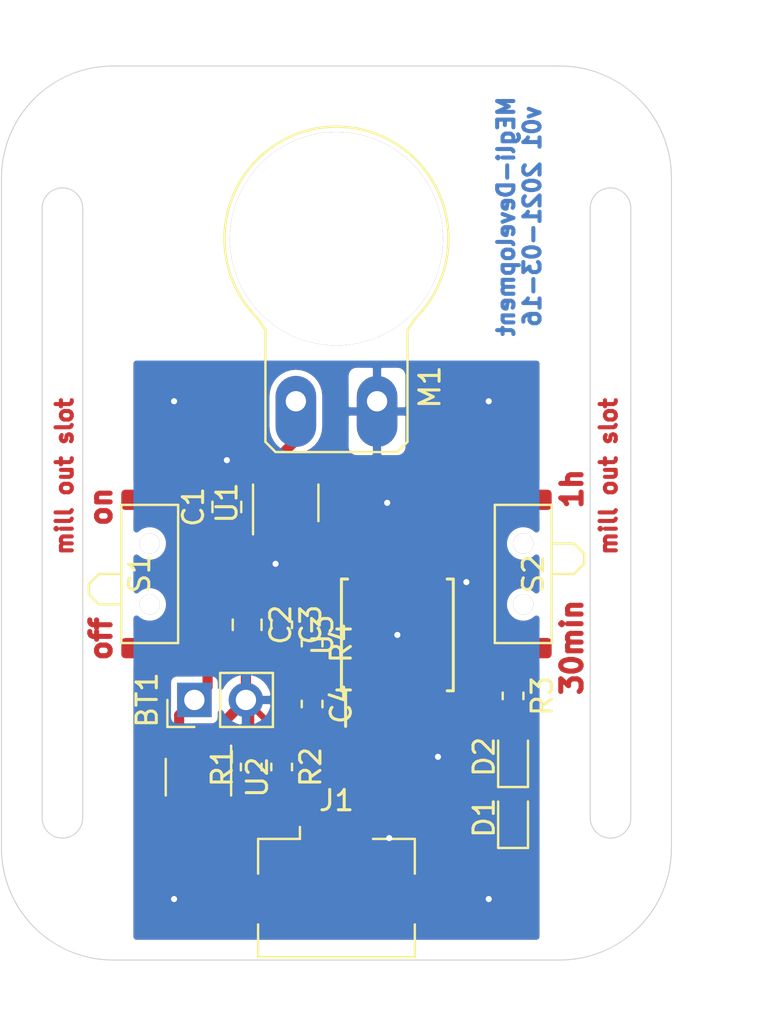
<source format=kicad_pcb>
(kicad_pcb (version 20171130) (host pcbnew 5.1.5+dfsg1-2build2)

  (general
    (thickness 1.6)
    (drawings 40)
    (tracks 110)
    (zones 0)
    (modules 18)
    (nets 19)
  )

  (page A4)
  (layers
    (0 F.Cu signal)
    (31 B.Cu signal)
    (32 B.Adhes user)
    (33 F.Adhes user)
    (34 B.Paste user)
    (35 F.Paste user)
    (36 B.SilkS user)
    (37 F.SilkS user)
    (38 B.Mask user)
    (39 F.Mask user)
    (40 Dwgs.User user)
    (41 Cmts.User user)
    (42 Eco1.User user)
    (43 Eco2.User user)
    (44 Edge.Cuts user)
    (45 Margin user)
    (46 B.CrtYd user)
    (47 F.CrtYd user)
    (48 B.Fab user)
    (49 F.Fab user)
  )

  (setup
    (last_trace_width 0.3)
    (user_trace_width 0.3)
    (user_trace_width 0.4)
    (user_trace_width 0.5)
    (trace_clearance 0.2)
    (zone_clearance 0.508)
    (zone_45_only no)
    (trace_min 0.2)
    (via_size 0.6)
    (via_drill 0.3)
    (via_min_size 0.3)
    (via_min_drill 0.3)
    (user_via 0.7 0.3)
    (uvia_size 0.3)
    (uvia_drill 0.1)
    (uvias_allowed no)
    (uvia_min_size 0.2)
    (uvia_min_drill 0.1)
    (edge_width 0.05)
    (segment_width 0.2)
    (pcb_text_width 0.3)
    (pcb_text_size 1.5 1.5)
    (mod_edge_width 0.12)
    (mod_text_size 1 1)
    (mod_text_width 0.15)
    (pad_size 1.524 1.524)
    (pad_drill 0.762)
    (pad_to_mask_clearance 0.05)
    (aux_axis_origin 0 0)
    (grid_origin 91 142)
    (visible_elements FFF8FF5F)
    (pcbplotparams
      (layerselection 0x010cc_ffffffff)
      (usegerberextensions false)
      (usegerberattributes false)
      (usegerberadvancedattributes false)
      (creategerberjobfile true)
      (excludeedgelayer true)
      (linewidth 0.100000)
      (plotframeref false)
      (viasonmask false)
      (mode 1)
      (useauxorigin false)
      (hpglpennumber 1)
      (hpglpenspeed 20)
      (hpglpendiameter 15.000000)
      (psnegative false)
      (psa4output false)
      (plotreference true)
      (plotvalue false)
      (plotinvisibletext false)
      (padsonsilk true)
      (subtractmaskfromsilk false)
      (outputformat 1)
      (mirror false)
      (drillshape 0)
      (scaleselection 1)
      (outputdirectory "gerber/"))
  )

  (net 0 "")
  (net 1 GND)
  (net 2 +BATT)
  (net 3 "Net-(D1-Pad2)")
  (net 4 "Net-(D2-Pad2)")
  (net 5 VBUS)
  (net 6 "Net-(J1-Pad2)")
  (net 7 "Net-(J1-Pad3)")
  (net 8 "Net-(M1-Pad1)")
  (net 9 "Net-(R1-Pad1)")
  (net 10 "Net-(R2-Pad1)")
  (net 11 "Net-(R3-Pad1)")
  (net 12 "Net-(U1-Pad4)")
  (net 13 "Net-(U1-Pad3)")
  (net 14 "Net-(C1-Pad1)")
  (net 15 "Net-(C4-Pad1)")
  (net 16 "Net-(S2-Pad3)")
  (net 17 "Net-(S2-Pad1)")
  (net 18 "Net-(U3-Pad2)")

  (net_class Default "This is the default net class."
    (clearance 0.2)
    (trace_width 0.25)
    (via_dia 0.6)
    (via_drill 0.3)
    (uvia_dia 0.3)
    (uvia_drill 0.1)
    (add_net +BATT)
    (add_net GND)
    (add_net "Net-(C1-Pad1)")
    (add_net "Net-(C4-Pad1)")
    (add_net "Net-(D1-Pad2)")
    (add_net "Net-(D2-Pad2)")
    (add_net "Net-(J1-Pad2)")
    (add_net "Net-(J1-Pad3)")
    (add_net "Net-(M1-Pad1)")
    (add_net "Net-(R1-Pad1)")
    (add_net "Net-(R2-Pad1)")
    (add_net "Net-(R3-Pad1)")
    (add_net "Net-(S2-Pad1)")
    (add_net "Net-(S2-Pad3)")
    (add_net "Net-(U1-Pad3)")
    (add_net "Net-(U1-Pad4)")
    (add_net "Net-(U3-Pad2)")
    (add_net VBUS)
  )

  (module Capacitor_SMD:C_0805_2012Metric (layer F.Cu) (tedit 5B36C52B) (tstamp 604FC004)
    (at 95.6 127.5 270)
    (descr "Capacitor SMD 0805 (2012 Metric), square (rectangular) end terminal, IPC_7351 nominal, (Body size source: https://docs.google.com/spreadsheets/d/1BsfQQcO9C6DZCsRaXUlFlo91Tg2WpOkGARC1WS5S8t0/edit?usp=sharing), generated with kicad-footprint-generator")
    (tags capacitor)
    (path /603F2493)
    (attr smd)
    (fp_text reference C2 (at 0 -1.65 90) (layer F.SilkS)
      (effects (font (size 1 1) (thickness 0.15)))
    )
    (fp_text value 10uF (at 0 1.65 90) (layer F.Fab)
      (effects (font (size 1 1) (thickness 0.15)))
    )
    (fp_text user %R (at 0 0 90) (layer F.Fab)
      (effects (font (size 0.5 0.5) (thickness 0.08)))
    )
    (fp_line (start 1.68 0.95) (end -1.68 0.95) (layer F.CrtYd) (width 0.05))
    (fp_line (start 1.68 -0.95) (end 1.68 0.95) (layer F.CrtYd) (width 0.05))
    (fp_line (start -1.68 -0.95) (end 1.68 -0.95) (layer F.CrtYd) (width 0.05))
    (fp_line (start -1.68 0.95) (end -1.68 -0.95) (layer F.CrtYd) (width 0.05))
    (fp_line (start -0.258578 0.71) (end 0.258578 0.71) (layer F.SilkS) (width 0.12))
    (fp_line (start -0.258578 -0.71) (end 0.258578 -0.71) (layer F.SilkS) (width 0.12))
    (fp_line (start 1 0.6) (end -1 0.6) (layer F.Fab) (width 0.1))
    (fp_line (start 1 -0.6) (end 1 0.6) (layer F.Fab) (width 0.1))
    (fp_line (start -1 -0.6) (end 1 -0.6) (layer F.Fab) (width 0.1))
    (fp_line (start -1 0.6) (end -1 -0.6) (layer F.Fab) (width 0.1))
    (pad 2 smd roundrect (at 0.9375 0 270) (size 0.975 1.4) (layers F.Cu F.Paste F.Mask) (roundrect_rratio 0.25)
      (net 1 GND))
    (pad 1 smd roundrect (at -0.9375 0 270) (size 0.975 1.4) (layers F.Cu F.Paste F.Mask) (roundrect_rratio 0.25)
      (net 14 "Net-(C1-Pad1)"))
    (model ${KISYS3DMOD}/Capacitor_SMD.3dshapes/C_0805_2012Metric.wrl
      (at (xyz 0 0 0))
      (scale (xyz 1 1 1))
      (rotate (xyz 0 0 0))
    )
  )

  (module Capacitor_SMD:C_0805_2012Metric (layer F.Cu) (tedit 5B36C52B) (tstamp 604FBE66)
    (at 94.6 121.7 90)
    (descr "Capacitor SMD 0805 (2012 Metric), square (rectangular) end terminal, IPC_7351 nominal, (Body size source: https://docs.google.com/spreadsheets/d/1BsfQQcO9C6DZCsRaXUlFlo91Tg2WpOkGARC1WS5S8t0/edit?usp=sharing), generated with kicad-footprint-generator")
    (tags capacitor)
    (path /60409B6A)
    (attr smd)
    (fp_text reference C1 (at 0 -1.65 90) (layer F.SilkS)
      (effects (font (size 1 1) (thickness 0.15)))
    )
    (fp_text value 10uF (at 0 1.65 90) (layer F.Fab)
      (effects (font (size 1 1) (thickness 0.15)))
    )
    (fp_text user %R (at 0 0 90) (layer F.Fab)
      (effects (font (size 0.5 0.5) (thickness 0.08)))
    )
    (fp_line (start 1.68 0.95) (end -1.68 0.95) (layer F.CrtYd) (width 0.05))
    (fp_line (start 1.68 -0.95) (end 1.68 0.95) (layer F.CrtYd) (width 0.05))
    (fp_line (start -1.68 -0.95) (end 1.68 -0.95) (layer F.CrtYd) (width 0.05))
    (fp_line (start -1.68 0.95) (end -1.68 -0.95) (layer F.CrtYd) (width 0.05))
    (fp_line (start -0.258578 0.71) (end 0.258578 0.71) (layer F.SilkS) (width 0.12))
    (fp_line (start -0.258578 -0.71) (end 0.258578 -0.71) (layer F.SilkS) (width 0.12))
    (fp_line (start 1 0.6) (end -1 0.6) (layer F.Fab) (width 0.1))
    (fp_line (start 1 -0.6) (end 1 0.6) (layer F.Fab) (width 0.1))
    (fp_line (start -1 -0.6) (end 1 -0.6) (layer F.Fab) (width 0.1))
    (fp_line (start -1 0.6) (end -1 -0.6) (layer F.Fab) (width 0.1))
    (pad 2 smd roundrect (at 0.9375 0 90) (size 0.975 1.4) (layers F.Cu F.Paste F.Mask) (roundrect_rratio 0.25)
      (net 1 GND))
    (pad 1 smd roundrect (at -0.9375 0 90) (size 0.975 1.4) (layers F.Cu F.Paste F.Mask) (roundrect_rratio 0.25)
      (net 14 "Net-(C1-Pad1)"))
    (model ${KISYS3DMOD}/Capacitor_SMD.3dshapes/C_0805_2012Metric.wrl
      (at (xyz 0 0 0))
      (scale (xyz 1 1 1))
      (rotate (xyz 0 0 0))
    )
  )

  (module vibra:Vibramotor (layer F.Cu) (tedit 60468F15) (tstamp 604F858A)
    (at 100 108.5 90)
    (path /604A5758)
    (fp_text reference M1 (at -7.3 4.6 90) (layer F.SilkS)
      (effects (font (size 1 1) (thickness 0.15)))
    )
    (fp_text value Vibramotor (at -3.4 -3.4 90) (layer F.Fab)
      (effects (font (size 1 1) (thickness 0.15)))
    )
    (fp_line (start -4.5 3.5) (end -3.9 3.9) (layer F.SilkS) (width 0.12))
    (fp_line (start -10 3.5) (end -4.5 3.5) (layer F.SilkS) (width 0.12))
    (fp_line (start -10.5 3) (end -10 3.5) (layer F.SilkS) (width 0.12))
    (fp_line (start -10.5 -3) (end -10.5 3) (layer F.SilkS) (width 0.12))
    (fp_line (start -10 -3.5) (end -10.5 -3) (layer F.SilkS) (width 0.12))
    (fp_line (start -4.5 -3.5) (end -10 -3.5) (layer F.SilkS) (width 0.12))
    (fp_line (start -3.9 -3.9) (end -4.5 -3.5) (layer F.SilkS) (width 0.12))
    (fp_arc (start 0 0) (end -3.9 3.9) (angle -270) (layer F.SilkS) (width 0.12))
    (pad 1 thru_hole roundrect (at -8 -2 90) (size 3.5 2) (drill 1 (offset -0.5 0)) (layers *.Cu *.Mask) (roundrect_rratio 0.5)
      (net 8 "Net-(M1-Pad1)"))
    (pad 2 thru_hole roundrect (at -8 2 90) (size 3.5 2) (drill 1 (offset -0.5 0)) (layers *.Cu *.Mask) (roundrect_rratio 0.5)
      (net 1 GND))
    (pad N1 thru_hole circle (at 0 0 90) (size 10.5 10.5) (drill 10.5) (layers *.Cu *.Mask))
  )

  (module vibra:PCM12SMTR (layer F.Cu) (tedit 60468B85) (tstamp 604FBF13)
    (at 109.2 125 90)
    (path /60473C50)
    (fp_text reference S2 (at 0 0.5 90) (layer F.SilkS)
      (effects (font (size 1 1) (thickness 0.15)))
    )
    (fp_text value PCM12SMTR (at 0 -0.5 90) (layer F.Fab)
      (effects (font (size 1 1) (thickness 0.15)))
    )
    (fp_line (start 1.5 2.5) (end 1.5 1.4) (layer F.SilkS) (width 0.12))
    (fp_line (start 1 3) (end 1.5 2.5) (layer F.SilkS) (width 0.12))
    (fp_line (start 0.5 3) (end 1 3) (layer F.SilkS) (width 0.12))
    (fp_line (start 0 2.5) (end 0.5 3) (layer F.SilkS) (width 0.12))
    (fp_line (start 0 1.4) (end 0 2.5) (layer F.SilkS) (width 0.12))
    (fp_line (start -3.4 1.4) (end -3.4 -1.4) (layer F.SilkS) (width 0.12))
    (fp_line (start 3.4 1.4) (end -3.4 1.4) (layer F.SilkS) (width 0.12))
    (fp_line (start 3.4 -1.4) (end 3.4 1.4) (layer F.SilkS) (width 0.12))
    (fp_line (start -3.4 -1.4) (end 3.4 -1.4) (layer F.SilkS) (width 0.12))
    (pad N6 thru_hole circle (at 1.5 0 90) (size 1 1) (drill 1) (layers *.Cu *.Mask))
    (pad N5 thru_hole circle (at -1.5 0 90) (size 1 1) (drill 1) (layers *.Cu *.Mask))
    (pad N3 smd roundrect (at 3.65 1 90) (size 1 0.8) (layers F.Cu F.Paste F.Mask) (roundrect_rratio 0.25))
    (pad N4 smd roundrect (at 3.65 -1 90) (size 1 0.8) (layers F.Cu F.Paste F.Mask) (roundrect_rratio 0.25))
    (pad N2 smd roundrect (at -3.65 1 90) (size 1 0.8) (layers F.Cu F.Paste F.Mask) (roundrect_rratio 0.25))
    (pad N1 smd roundrect (at -3.65 -1 90) (size 1 0.8) (layers F.Cu F.Paste F.Mask) (roundrect_rratio 0.25))
    (pad 3 smd roundrect (at 2.25 -1.75 90) (size 0.7 0.9) (layers F.Cu F.Paste F.Mask) (roundrect_rratio 0.25)
      (net 16 "Net-(S2-Pad3)"))
    (pad 2 smd roundrect (at 0.75 -1.75 90) (size 0.7 0.9) (layers F.Cu F.Paste F.Mask) (roundrect_rratio 0.25)
      (net 1 GND))
    (pad 1 smd roundrect (at -2.25 -1.75 90) (size 0.7 0.9) (layers F.Cu F.Paste F.Mask) (roundrect_rratio 0.25)
      (net 17 "Net-(S2-Pad1)"))
  )

  (module vibra:PCM12SMTR (layer F.Cu) (tedit 60468B85) (tstamp 604FBED4)
    (at 90.8 125 270)
    (path /60472DFF)
    (fp_text reference S1 (at 0 0.5 90) (layer F.SilkS)
      (effects (font (size 1 1) (thickness 0.15)))
    )
    (fp_text value PCM12SMTR (at 0 -0.5 90) (layer F.Fab)
      (effects (font (size 1 1) (thickness 0.15)))
    )
    (fp_line (start 1.5 2.5) (end 1.5 1.4) (layer F.SilkS) (width 0.12))
    (fp_line (start 1 3) (end 1.5 2.5) (layer F.SilkS) (width 0.12))
    (fp_line (start 0.5 3) (end 1 3) (layer F.SilkS) (width 0.12))
    (fp_line (start 0 2.5) (end 0.5 3) (layer F.SilkS) (width 0.12))
    (fp_line (start 0 1.4) (end 0 2.5) (layer F.SilkS) (width 0.12))
    (fp_line (start -3.4 1.4) (end -3.4 -1.4) (layer F.SilkS) (width 0.12))
    (fp_line (start 3.4 1.4) (end -3.4 1.4) (layer F.SilkS) (width 0.12))
    (fp_line (start 3.4 -1.4) (end 3.4 1.4) (layer F.SilkS) (width 0.12))
    (fp_line (start -3.4 -1.4) (end 3.4 -1.4) (layer F.SilkS) (width 0.12))
    (pad N6 thru_hole circle (at 1.5 0 270) (size 1 1) (drill 1) (layers *.Cu *.Mask))
    (pad N5 thru_hole circle (at -1.5 0 270) (size 1 1) (drill 1) (layers *.Cu *.Mask))
    (pad N3 smd roundrect (at 3.65 1 270) (size 1 0.8) (layers F.Cu F.Paste F.Mask) (roundrect_rratio 0.25))
    (pad N4 smd roundrect (at 3.65 -1 270) (size 1 0.8) (layers F.Cu F.Paste F.Mask) (roundrect_rratio 0.25))
    (pad N2 smd roundrect (at -3.65 1 270) (size 1 0.8) (layers F.Cu F.Paste F.Mask) (roundrect_rratio 0.25))
    (pad N1 smd roundrect (at -3.65 -1 270) (size 1 0.8) (layers F.Cu F.Paste F.Mask) (roundrect_rratio 0.25))
    (pad 3 smd roundrect (at 2.25 -1.75 270) (size 0.7 0.9) (layers F.Cu F.Paste F.Mask) (roundrect_rratio 0.25)
      (net 2 +BATT))
    (pad 2 smd roundrect (at 0.75 -1.75 270) (size 0.7 0.9) (layers F.Cu F.Paste F.Mask) (roundrect_rratio 0.25)
      (net 2 +BATT))
    (pad 1 smd roundrect (at -2.25 -1.75 270) (size 0.7 0.9) (layers F.Cu F.Paste F.Mask) (roundrect_rratio 0.25)
      (net 14 "Net-(C1-Pad1)"))
  )

  (module Package_TO_SOT_SMD:SOT-23-5 (layer F.Cu) (tedit 5A02FF57) (tstamp 604FBC8D)
    (at 97.5 121.5 90)
    (descr "5-pin SOT23 package")
    (tags SOT-23-5)
    (path /6046BB23)
    (attr smd)
    (fp_text reference U1 (at 0 -2.9 90) (layer F.SilkS)
      (effects (font (size 1 1) (thickness 0.15)))
    )
    (fp_text value MCP1802T-xxIOT (at 0 2.9 90) (layer F.Fab)
      (effects (font (size 1 1) (thickness 0.15)))
    )
    (fp_line (start 0.9 -1.55) (end 0.9 1.55) (layer F.Fab) (width 0.1))
    (fp_line (start 0.9 1.55) (end -0.9 1.55) (layer F.Fab) (width 0.1))
    (fp_line (start -0.9 -0.9) (end -0.9 1.55) (layer F.Fab) (width 0.1))
    (fp_line (start 0.9 -1.55) (end -0.25 -1.55) (layer F.Fab) (width 0.1))
    (fp_line (start -0.9 -0.9) (end -0.25 -1.55) (layer F.Fab) (width 0.1))
    (fp_line (start -1.9 1.8) (end -1.9 -1.8) (layer F.CrtYd) (width 0.05))
    (fp_line (start 1.9 1.8) (end -1.9 1.8) (layer F.CrtYd) (width 0.05))
    (fp_line (start 1.9 -1.8) (end 1.9 1.8) (layer F.CrtYd) (width 0.05))
    (fp_line (start -1.9 -1.8) (end 1.9 -1.8) (layer F.CrtYd) (width 0.05))
    (fp_line (start 0.9 -1.61) (end -1.55 -1.61) (layer F.SilkS) (width 0.12))
    (fp_line (start -0.9 1.61) (end 0.9 1.61) (layer F.SilkS) (width 0.12))
    (fp_text user %R (at 0 0) (layer F.Fab)
      (effects (font (size 0.5 0.5) (thickness 0.075)))
    )
    (pad 5 smd rect (at 1.1 -0.95 90) (size 1.06 0.65) (layers F.Cu F.Paste F.Mask)
      (net 8 "Net-(M1-Pad1)"))
    (pad 4 smd rect (at 1.1 0.95 90) (size 1.06 0.65) (layers F.Cu F.Paste F.Mask)
      (net 12 "Net-(U1-Pad4)"))
    (pad 3 smd rect (at -1.1 0.95 90) (size 1.06 0.65) (layers F.Cu F.Paste F.Mask)
      (net 13 "Net-(U1-Pad3)"))
    (pad 2 smd rect (at -1.1 0 90) (size 1.06 0.65) (layers F.Cu F.Paste F.Mask)
      (net 1 GND))
    (pad 1 smd rect (at -1.1 -0.95 90) (size 1.06 0.65) (layers F.Cu F.Paste F.Mask)
      (net 14 "Net-(C1-Pad1)"))
    (model ${KISYS3DMOD}/Package_TO_SOT_SMD.3dshapes/SOT-23-5.wrl
      (at (xyz 0 0 0))
      (scale (xyz 1 1 1))
      (rotate (xyz 0 0 0))
    )
  )

  (module Resistor_SMD:R_0603_1608Metric (layer F.Cu) (tedit 5B301BBD) (tstamp 604FBE9F)
    (at 98.8 128.4 270)
    (descr "Resistor SMD 0603 (1608 Metric), square (rectangular) end terminal, IPC_7351 nominal, (Body size source: http://www.tortai-tech.com/upload/download/2011102023233369053.pdf), generated with kicad-footprint-generator")
    (tags resistor)
    (path /604869D8)
    (attr smd)
    (fp_text reference R4 (at 0 -1.43 90) (layer F.SilkS)
      (effects (font (size 1 1) (thickness 0.15)))
    )
    (fp_text value 10k (at 0 1.43 90) (layer F.Fab)
      (effects (font (size 1 1) (thickness 0.15)))
    )
    (fp_text user %R (at 0 0 90) (layer F.Fab)
      (effects (font (size 0.4 0.4) (thickness 0.06)))
    )
    (fp_line (start 1.48 0.73) (end -1.48 0.73) (layer F.CrtYd) (width 0.05))
    (fp_line (start 1.48 -0.73) (end 1.48 0.73) (layer F.CrtYd) (width 0.05))
    (fp_line (start -1.48 -0.73) (end 1.48 -0.73) (layer F.CrtYd) (width 0.05))
    (fp_line (start -1.48 0.73) (end -1.48 -0.73) (layer F.CrtYd) (width 0.05))
    (fp_line (start -0.162779 0.51) (end 0.162779 0.51) (layer F.SilkS) (width 0.12))
    (fp_line (start -0.162779 -0.51) (end 0.162779 -0.51) (layer F.SilkS) (width 0.12))
    (fp_line (start 0.8 0.4) (end -0.8 0.4) (layer F.Fab) (width 0.1))
    (fp_line (start 0.8 -0.4) (end 0.8 0.4) (layer F.Fab) (width 0.1))
    (fp_line (start -0.8 -0.4) (end 0.8 -0.4) (layer F.Fab) (width 0.1))
    (fp_line (start -0.8 0.4) (end -0.8 -0.4) (layer F.Fab) (width 0.1))
    (pad 2 smd roundrect (at 0.7875 0 270) (size 0.875 0.95) (layers F.Cu F.Paste F.Mask) (roundrect_rratio 0.25)
      (net 15 "Net-(C4-Pad1)"))
    (pad 1 smd roundrect (at -0.7875 0 270) (size 0.875 0.95) (layers F.Cu F.Paste F.Mask) (roundrect_rratio 0.25)
      (net 14 "Net-(C1-Pad1)"))
    (model ${KISYS3DMOD}/Resistor_SMD.3dshapes/R_0603_1608Metric.wrl
      (at (xyz 0 0 0))
      (scale (xyz 1 1 1))
      (rotate (xyz 0 0 0))
    )
  )

  (module Capacitor_SMD:C_0603_1608Metric (layer F.Cu) (tedit 5B301BBE) (tstamp 604FC100)
    (at 98.8 131.4 270)
    (descr "Capacitor SMD 0603 (1608 Metric), square (rectangular) end terminal, IPC_7351 nominal, (Body size source: http://www.tortai-tech.com/upload/download/2011102023233369053.pdf), generated with kicad-footprint-generator")
    (tags capacitor)
    (path /60485C98)
    (attr smd)
    (fp_text reference C4 (at 0 -1.43 90) (layer F.SilkS)
      (effects (font (size 1 1) (thickness 0.15)))
    )
    (fp_text value 100nF (at 0 1.43 90) (layer F.Fab)
      (effects (font (size 1 1) (thickness 0.15)))
    )
    (fp_text user %R (at 0 0 90) (layer F.Fab)
      (effects (font (size 0.4 0.4) (thickness 0.06)))
    )
    (fp_line (start 1.48 0.73) (end -1.48 0.73) (layer F.CrtYd) (width 0.05))
    (fp_line (start 1.48 -0.73) (end 1.48 0.73) (layer F.CrtYd) (width 0.05))
    (fp_line (start -1.48 -0.73) (end 1.48 -0.73) (layer F.CrtYd) (width 0.05))
    (fp_line (start -1.48 0.73) (end -1.48 -0.73) (layer F.CrtYd) (width 0.05))
    (fp_line (start -0.162779 0.51) (end 0.162779 0.51) (layer F.SilkS) (width 0.12))
    (fp_line (start -0.162779 -0.51) (end 0.162779 -0.51) (layer F.SilkS) (width 0.12))
    (fp_line (start 0.8 0.4) (end -0.8 0.4) (layer F.Fab) (width 0.1))
    (fp_line (start 0.8 -0.4) (end 0.8 0.4) (layer F.Fab) (width 0.1))
    (fp_line (start -0.8 -0.4) (end 0.8 -0.4) (layer F.Fab) (width 0.1))
    (fp_line (start -0.8 0.4) (end -0.8 -0.4) (layer F.Fab) (width 0.1))
    (pad 2 smd roundrect (at 0.7875 0 270) (size 0.875 0.95) (layers F.Cu F.Paste F.Mask) (roundrect_rratio 0.25)
      (net 1 GND))
    (pad 1 smd roundrect (at -0.7875 0 270) (size 0.875 0.95) (layers F.Cu F.Paste F.Mask) (roundrect_rratio 0.25)
      (net 15 "Net-(C4-Pad1)"))
    (model ${KISYS3DMOD}/Capacitor_SMD.3dshapes/C_0603_1608Metric.wrl
      (at (xyz 0 0 0))
      (scale (xyz 1 1 1))
      (rotate (xyz 0 0 0))
    )
  )

  (module Package_SO:SOIJ-8_5.3x5.3mm_P1.27mm (layer F.Cu) (tedit 5A02F2D3) (tstamp 604FBFAD)
    (at 103 128 90)
    (descr "8-Lead Plastic Small Outline (SM) - Medium, 5.28 mm Body [SOIC] (see Microchip Packaging Specification 00000049BS.pdf)")
    (tags "SOIC 1.27")
    (path /603EA8A7)
    (attr smd)
    (fp_text reference U3 (at 0 -3.68 90) (layer F.SilkS)
      (effects (font (size 1 1) (thickness 0.15)))
    )
    (fp_text value ATtiny85-20SU (at 0 3.68 90) (layer F.Fab)
      (effects (font (size 1 1) (thickness 0.15)))
    )
    (fp_text user %R (at 0 0 90) (layer F.Fab)
      (effects (font (size 1 1) (thickness 0.15)))
    )
    (fp_line (start -1.65 -2.65) (end 2.65 -2.65) (layer F.Fab) (width 0.15))
    (fp_line (start 2.65 -2.65) (end 2.65 2.65) (layer F.Fab) (width 0.15))
    (fp_line (start 2.65 2.65) (end -2.65 2.65) (layer F.Fab) (width 0.15))
    (fp_line (start -2.65 2.65) (end -2.65 -1.65) (layer F.Fab) (width 0.15))
    (fp_line (start -2.65 -1.65) (end -1.65 -2.65) (layer F.Fab) (width 0.15))
    (fp_line (start -4.75 -2.95) (end -4.75 2.95) (layer F.CrtYd) (width 0.05))
    (fp_line (start 4.75 -2.95) (end 4.75 2.95) (layer F.CrtYd) (width 0.05))
    (fp_line (start -4.75 -2.95) (end 4.75 -2.95) (layer F.CrtYd) (width 0.05))
    (fp_line (start -4.75 2.95) (end 4.75 2.95) (layer F.CrtYd) (width 0.05))
    (fp_line (start -2.75 -2.755) (end -2.75 -2.55) (layer F.SilkS) (width 0.15))
    (fp_line (start 2.75 -2.755) (end 2.75 -2.455) (layer F.SilkS) (width 0.15))
    (fp_line (start 2.75 2.755) (end 2.75 2.455) (layer F.SilkS) (width 0.15))
    (fp_line (start -2.75 2.755) (end -2.75 2.455) (layer F.SilkS) (width 0.15))
    (fp_line (start -2.75 -2.755) (end 2.75 -2.755) (layer F.SilkS) (width 0.15))
    (fp_line (start -2.75 2.755) (end 2.75 2.755) (layer F.SilkS) (width 0.15))
    (fp_line (start -2.75 -2.55) (end -4.5 -2.55) (layer F.SilkS) (width 0.15))
    (pad 8 smd rect (at 3.65 -1.905 90) (size 1.7 0.65) (layers F.Cu F.Paste F.Mask)
      (net 14 "Net-(C1-Pad1)"))
    (pad 7 smd rect (at 3.65 -0.635 90) (size 1.7 0.65) (layers F.Cu F.Paste F.Mask)
      (net 13 "Net-(U1-Pad3)"))
    (pad 6 smd rect (at 3.65 0.635 90) (size 1.7 0.65) (layers F.Cu F.Paste F.Mask)
      (net 16 "Net-(S2-Pad3)"))
    (pad 5 smd rect (at 3.65 1.905 90) (size 1.7 0.65) (layers F.Cu F.Paste F.Mask)
      (net 17 "Net-(S2-Pad1)"))
    (pad 4 smd rect (at -3.65 1.905 90) (size 1.7 0.65) (layers F.Cu F.Paste F.Mask)
      (net 1 GND))
    (pad 3 smd rect (at -3.65 0.635 90) (size 1.7 0.65) (layers F.Cu F.Paste F.Mask)
      (net 11 "Net-(R3-Pad1)"))
    (pad 2 smd rect (at -3.65 -0.635 90) (size 1.7 0.65) (layers F.Cu F.Paste F.Mask)
      (net 18 "Net-(U3-Pad2)"))
    (pad 1 smd rect (at -3.65 -1.905 90) (size 1.7 0.65) (layers F.Cu F.Paste F.Mask)
      (net 15 "Net-(C4-Pad1)"))
    (model ${KISYS3DMOD}/Package_SO.3dshapes/SOIJ-8_5.3x5.3mm_P1.27mm.wrl
      (at (xyz 0 0 0))
      (scale (xyz 1 1 1))
      (rotate (xyz 0 0 0))
    )
  )

  (module Package_TO_SOT_SMD:SOT-23-5 (layer F.Cu) (tedit 5A02FF57) (tstamp 604FC06B)
    (at 93.2 135 270)
    (descr "5-pin SOT23 package")
    (tags SOT-23-5)
    (path /603FFB7F)
    (attr smd)
    (fp_text reference U2 (at 0 -2.9 90) (layer F.SilkS)
      (effects (font (size 1 1) (thickness 0.15)))
    )
    (fp_text value MCP73831T-2xxIOT (at 0 2.9 90) (layer F.Fab)
      (effects (font (size 1 1) (thickness 0.15)))
    )
    (fp_text user %R (at 0 0) (layer F.Fab)
      (effects (font (size 0.5 0.5) (thickness 0.075)))
    )
    (fp_line (start -0.9 1.61) (end 0.9 1.61) (layer F.SilkS) (width 0.12))
    (fp_line (start 0.9 -1.61) (end -1.55 -1.61) (layer F.SilkS) (width 0.12))
    (fp_line (start -1.9 -1.8) (end 1.9 -1.8) (layer F.CrtYd) (width 0.05))
    (fp_line (start 1.9 -1.8) (end 1.9 1.8) (layer F.CrtYd) (width 0.05))
    (fp_line (start 1.9 1.8) (end -1.9 1.8) (layer F.CrtYd) (width 0.05))
    (fp_line (start -1.9 1.8) (end -1.9 -1.8) (layer F.CrtYd) (width 0.05))
    (fp_line (start -0.9 -0.9) (end -0.25 -1.55) (layer F.Fab) (width 0.1))
    (fp_line (start 0.9 -1.55) (end -0.25 -1.55) (layer F.Fab) (width 0.1))
    (fp_line (start -0.9 -0.9) (end -0.9 1.55) (layer F.Fab) (width 0.1))
    (fp_line (start 0.9 1.55) (end -0.9 1.55) (layer F.Fab) (width 0.1))
    (fp_line (start 0.9 -1.55) (end 0.9 1.55) (layer F.Fab) (width 0.1))
    (pad 5 smd rect (at 1.1 -0.95 270) (size 1.06 0.65) (layers F.Cu F.Paste F.Mask)
      (net 9 "Net-(R1-Pad1)"))
    (pad 4 smd rect (at 1.1 0.95 270) (size 1.06 0.65) (layers F.Cu F.Paste F.Mask)
      (net 5 VBUS))
    (pad 3 smd rect (at -1.1 0.95 270) (size 1.06 0.65) (layers F.Cu F.Paste F.Mask)
      (net 2 +BATT))
    (pad 2 smd rect (at -1.1 0 270) (size 1.06 0.65) (layers F.Cu F.Paste F.Mask)
      (net 1 GND))
    (pad 1 smd rect (at -1.1 -0.95 270) (size 1.06 0.65) (layers F.Cu F.Paste F.Mask)
      (net 10 "Net-(R2-Pad1)"))
    (model ${KISYS3DMOD}/Package_TO_SOT_SMD.3dshapes/SOT-23-5.wrl
      (at (xyz 0 0 0))
      (scale (xyz 1 1 1))
      (rotate (xyz 0 0 0))
    )
  )

  (module Resistor_SMD:R_0603_1608Metric (layer F.Cu) (tedit 5B301BBD) (tstamp 604FC9BC)
    (at 108.7 131 270)
    (descr "Resistor SMD 0603 (1608 Metric), square (rectangular) end terminal, IPC_7351 nominal, (Body size source: http://www.tortai-tech.com/upload/download/2011102023233369053.pdf), generated with kicad-footprint-generator")
    (tags resistor)
    (path /603ED0DF)
    (attr smd)
    (fp_text reference R3 (at 0 -1.43 90) (layer F.SilkS)
      (effects (font (size 1 1) (thickness 0.15)))
    )
    (fp_text value 1k (at 0 1.43 90) (layer F.Fab)
      (effects (font (size 1 1) (thickness 0.15)))
    )
    (fp_text user %R (at 0 0 90) (layer F.Fab)
      (effects (font (size 0.4 0.4) (thickness 0.06)))
    )
    (fp_line (start -0.8 0.4) (end -0.8 -0.4) (layer F.Fab) (width 0.1))
    (fp_line (start -0.8 -0.4) (end 0.8 -0.4) (layer F.Fab) (width 0.1))
    (fp_line (start 0.8 -0.4) (end 0.8 0.4) (layer F.Fab) (width 0.1))
    (fp_line (start 0.8 0.4) (end -0.8 0.4) (layer F.Fab) (width 0.1))
    (fp_line (start -0.162779 -0.51) (end 0.162779 -0.51) (layer F.SilkS) (width 0.12))
    (fp_line (start -0.162779 0.51) (end 0.162779 0.51) (layer F.SilkS) (width 0.12))
    (fp_line (start -1.48 0.73) (end -1.48 -0.73) (layer F.CrtYd) (width 0.05))
    (fp_line (start -1.48 -0.73) (end 1.48 -0.73) (layer F.CrtYd) (width 0.05))
    (fp_line (start 1.48 -0.73) (end 1.48 0.73) (layer F.CrtYd) (width 0.05))
    (fp_line (start 1.48 0.73) (end -1.48 0.73) (layer F.CrtYd) (width 0.05))
    (pad 2 smd roundrect (at 0.7875 0 270) (size 0.875 0.95) (layers F.Cu F.Paste F.Mask) (roundrect_rratio 0.25)
      (net 4 "Net-(D2-Pad2)"))
    (pad 1 smd roundrect (at -0.7875 0 270) (size 0.875 0.95) (layers F.Cu F.Paste F.Mask) (roundrect_rratio 0.25)
      (net 11 "Net-(R3-Pad1)"))
    (model ${KISYS3DMOD}/Resistor_SMD.3dshapes/R_0603_1608Metric.wrl
      (at (xyz 0 0 0))
      (scale (xyz 1 1 1))
      (rotate (xyz 0 0 0))
    )
  )

  (module Resistor_SMD:R_0603_1608Metric (layer F.Cu) (tedit 5B301BBD) (tstamp 604FBCC8)
    (at 97.3 134.5 270)
    (descr "Resistor SMD 0603 (1608 Metric), square (rectangular) end terminal, IPC_7351 nominal, (Body size source: http://www.tortai-tech.com/upload/download/2011102023233369053.pdf), generated with kicad-footprint-generator")
    (tags resistor)
    (path /604065D3)
    (attr smd)
    (fp_text reference R2 (at 0 -1.43 90) (layer F.SilkS)
      (effects (font (size 1 1) (thickness 0.15)))
    )
    (fp_text value R (at 0 1.43 90) (layer F.Fab)
      (effects (font (size 1 1) (thickness 0.15)))
    )
    (fp_text user %R (at 0 0 90) (layer F.Fab)
      (effects (font (size 0.4 0.4) (thickness 0.06)))
    )
    (fp_line (start -0.8 0.4) (end -0.8 -0.4) (layer F.Fab) (width 0.1))
    (fp_line (start -0.8 -0.4) (end 0.8 -0.4) (layer F.Fab) (width 0.1))
    (fp_line (start 0.8 -0.4) (end 0.8 0.4) (layer F.Fab) (width 0.1))
    (fp_line (start 0.8 0.4) (end -0.8 0.4) (layer F.Fab) (width 0.1))
    (fp_line (start -0.162779 -0.51) (end 0.162779 -0.51) (layer F.SilkS) (width 0.12))
    (fp_line (start -0.162779 0.51) (end 0.162779 0.51) (layer F.SilkS) (width 0.12))
    (fp_line (start -1.48 0.73) (end -1.48 -0.73) (layer F.CrtYd) (width 0.05))
    (fp_line (start -1.48 -0.73) (end 1.48 -0.73) (layer F.CrtYd) (width 0.05))
    (fp_line (start 1.48 -0.73) (end 1.48 0.73) (layer F.CrtYd) (width 0.05))
    (fp_line (start 1.48 0.73) (end -1.48 0.73) (layer F.CrtYd) (width 0.05))
    (pad 2 smd roundrect (at 0.7875 0 270) (size 0.875 0.95) (layers F.Cu F.Paste F.Mask) (roundrect_rratio 0.25)
      (net 3 "Net-(D1-Pad2)"))
    (pad 1 smd roundrect (at -0.7875 0 270) (size 0.875 0.95) (layers F.Cu F.Paste F.Mask) (roundrect_rratio 0.25)
      (net 10 "Net-(R2-Pad1)"))
    (model ${KISYS3DMOD}/Resistor_SMD.3dshapes/R_0603_1608Metric.wrl
      (at (xyz 0 0 0))
      (scale (xyz 1 1 1))
      (rotate (xyz 0 0 0))
    )
  )

  (module Resistor_SMD:R_0603_1608Metric (layer F.Cu) (tedit 5B301BBD) (tstamp 604FBDD3)
    (at 95.8 134.5 90)
    (descr "Resistor SMD 0603 (1608 Metric), square (rectangular) end terminal, IPC_7351 nominal, (Body size source: http://www.tortai-tech.com/upload/download/2011102023233369053.pdf), generated with kicad-footprint-generator")
    (tags resistor)
    (path /604027A9)
    (attr smd)
    (fp_text reference R1 (at 0 -1.43 90) (layer F.SilkS)
      (effects (font (size 1 1) (thickness 0.15)))
    )
    (fp_text value 10k (at 0 1.43 90) (layer F.Fab)
      (effects (font (size 1 1) (thickness 0.15)))
    )
    (fp_text user %R (at 0 0 90) (layer F.Fab)
      (effects (font (size 0.4 0.4) (thickness 0.06)))
    )
    (fp_line (start -0.8 0.4) (end -0.8 -0.4) (layer F.Fab) (width 0.1))
    (fp_line (start -0.8 -0.4) (end 0.8 -0.4) (layer F.Fab) (width 0.1))
    (fp_line (start 0.8 -0.4) (end 0.8 0.4) (layer F.Fab) (width 0.1))
    (fp_line (start 0.8 0.4) (end -0.8 0.4) (layer F.Fab) (width 0.1))
    (fp_line (start -0.162779 -0.51) (end 0.162779 -0.51) (layer F.SilkS) (width 0.12))
    (fp_line (start -0.162779 0.51) (end 0.162779 0.51) (layer F.SilkS) (width 0.12))
    (fp_line (start -1.48 0.73) (end -1.48 -0.73) (layer F.CrtYd) (width 0.05))
    (fp_line (start -1.48 -0.73) (end 1.48 -0.73) (layer F.CrtYd) (width 0.05))
    (fp_line (start 1.48 -0.73) (end 1.48 0.73) (layer F.CrtYd) (width 0.05))
    (fp_line (start 1.48 0.73) (end -1.48 0.73) (layer F.CrtYd) (width 0.05))
    (pad 2 smd roundrect (at 0.7875 0 90) (size 0.875 0.95) (layers F.Cu F.Paste F.Mask) (roundrect_rratio 0.25)
      (net 1 GND))
    (pad 1 smd roundrect (at -0.7875 0 90) (size 0.875 0.95) (layers F.Cu F.Paste F.Mask) (roundrect_rratio 0.25)
      (net 9 "Net-(R1-Pad1)"))
    (model ${KISYS3DMOD}/Resistor_SMD.3dshapes/R_0603_1608Metric.wrl
      (at (xyz 0 0 0))
      (scale (xyz 1 1 1))
      (rotate (xyz 0 0 0))
    )
  )

  (module Connector_USB:USB_Micro-B_Amphenol_10104110_Horizontal (layer F.Cu) (tedit 5E5842A1) (tstamp 604FBD73)
    (at 100 139.7)
    (descr "USB Micro-B, horizontal, https://cdn.amphenol-icc.com/media/wysiwyg/files/drawing/10104110.pdf")
    (tags "USB Micro B horizontal")
    (path /603EC2E7)
    (attr smd)
    (fp_text reference J1 (at 0 -3.55) (layer F.SilkS)
      (effects (font (size 1 1) (thickness 0.15)))
    )
    (fp_text value USB_B_Micro (at 0 5.35) (layer F.Fab)
      (effects (font (size 1 1) (thickness 0.15)))
    )
    (fp_text user "PCB edge" (at 0 2.75) (layer Dwgs.User)
      (effects (font (size 0.5 0.5) (thickness 0.08)))
    )
    (fp_text user %R (at 0 -0.2) (layer F.Fab)
      (effects (font (size 1 1) (thickness 0.15)))
    )
    (fp_line (start -3.86 4.16) (end -3.86 2.55) (layer F.SilkS) (width 0.12))
    (fp_line (start 3.86 -1.66) (end 1.8 -1.66) (layer F.SilkS) (width 0.12))
    (fp_line (start 3.86 0.05) (end 3.86 -1.66) (layer F.SilkS) (width 0.12))
    (fp_line (start -3.86 -1.66) (end -1.8 -1.66) (layer F.SilkS) (width 0.12))
    (fp_line (start -3.86 0.05) (end -3.86 -1.66) (layer F.SilkS) (width 0.12))
    (fp_line (start -1.3 -1.85) (end -0.9 -2.25) (layer F.Fab) (width 0.1))
    (fp_line (start -0.9 -2.25) (end -1.7 -2.25) (layer F.Fab) (width 0.1))
    (fp_line (start -1.7 -2.25) (end -1.3 -1.85) (layer F.Fab) (width 0.1))
    (fp_line (start -3.75 4.05) (end -3.75 -1.55) (layer F.Fab) (width 0.1))
    (fp_line (start 3.75 4.05) (end -3.75 4.05) (layer F.Fab) (width 0.1))
    (fp_line (start 3.75 -1.55) (end 3.75 4.05) (layer F.Fab) (width 0.1))
    (fp_line (start -3.75 -1.55) (end 3.75 -1.55) (layer F.Fab) (width 0.1))
    (fp_line (start -2.6 2.75) (end 2.6 2.75) (layer F.Fab) (width 0.1))
    (fp_line (start -3.86 4.16) (end 3.86 4.16) (layer F.SilkS) (width 0.12))
    (fp_line (start 3.86 4.16) (end 3.86 2.55) (layer F.SilkS) (width 0.12))
    (fp_line (start -1.8 -1.66) (end -1.8 -2.25) (layer F.SilkS) (width 0.12))
    (fp_line (start -5.4 -2.75) (end -5.4 4.55) (layer F.CrtYd) (width 0.05))
    (fp_line (start -5.4 4.55) (end 5.4 4.55) (layer F.CrtYd) (width 0.05))
    (fp_line (start 5.4 4.55) (end 5.4 -2.75) (layer F.CrtYd) (width 0.05))
    (fp_line (start 5.4 -2.75) (end -5.4 -2.75) (layer F.CrtYd) (width 0.05))
    (pad 1 smd rect (at -1.3 -1.55) (size 0.4 1.4) (layers F.Cu F.Paste F.Mask)
      (net 5 VBUS))
    (pad 2 smd rect (at -0.65 -1.55) (size 0.4 1.4) (layers F.Cu F.Paste F.Mask)
      (net 6 "Net-(J1-Pad2)"))
    (pad 3 smd rect (at 0 -1.55) (size 0.4 1.4) (layers F.Cu F.Paste F.Mask)
      (net 7 "Net-(J1-Pad3)"))
    (pad 4 smd rect (at 0.65 -1.55) (size 0.4 1.4) (layers F.Cu F.Paste F.Mask)
      (net 1 GND))
    (pad 5 smd rect (at 1.3 -1.55) (size 0.4 1.4) (layers F.Cu F.Paste F.Mask)
      (net 1 GND))
    (pad 6 smd rect (at -3.75 1.3) (size 2.3 1.9) (layers F.Cu F.Paste F.Mask)
      (net 1 GND))
    (pad 6 smd rect (at 3.75 1.3) (size 2.3 1.9) (layers F.Cu F.Paste F.Mask)
      (net 1 GND))
    (pad 6 smd rect (at -1.15 1.3) (size 1.8 1.9) (layers F.Cu F.Paste F.Mask)
      (net 1 GND))
    (pad 6 smd rect (at 1.15 1.3) (size 1.8 1.9) (layers F.Cu F.Paste F.Mask)
      (net 1 GND))
    (model ${KISYS3DMOD}/Connector_USB.3dshapes/USB_Micro-B_Amphenol_10104110_Horizontal.wrl
      (at (xyz 0 0 0))
      (scale (xyz 1 1 1))
      (rotate (xyz 0 0 0))
    )
  )

  (module LED_SMD:LED_0603_1608Metric (layer F.Cu) (tedit 5B301BBE) (tstamp 604FC97F)
    (at 108.7 134 90)
    (descr "LED SMD 0603 (1608 Metric), square (rectangular) end terminal, IPC_7351 nominal, (Body size source: http://www.tortai-tech.com/upload/download/2011102023233369053.pdf), generated with kicad-footprint-generator")
    (tags diode)
    (path /603EDE91)
    (attr smd)
    (fp_text reference D2 (at 0 -1.43 90) (layer F.SilkS)
      (effects (font (size 1 1) (thickness 0.15)))
    )
    (fp_text value LED (at 0 1.43 90) (layer F.Fab)
      (effects (font (size 1 1) (thickness 0.15)))
    )
    (fp_text user %R (at 0 0 90) (layer F.Fab)
      (effects (font (size 0.4 0.4) (thickness 0.06)))
    )
    (fp_line (start 0.8 -0.4) (end -0.5 -0.4) (layer F.Fab) (width 0.1))
    (fp_line (start -0.5 -0.4) (end -0.8 -0.1) (layer F.Fab) (width 0.1))
    (fp_line (start -0.8 -0.1) (end -0.8 0.4) (layer F.Fab) (width 0.1))
    (fp_line (start -0.8 0.4) (end 0.8 0.4) (layer F.Fab) (width 0.1))
    (fp_line (start 0.8 0.4) (end 0.8 -0.4) (layer F.Fab) (width 0.1))
    (fp_line (start 0.8 -0.735) (end -1.485 -0.735) (layer F.SilkS) (width 0.12))
    (fp_line (start -1.485 -0.735) (end -1.485 0.735) (layer F.SilkS) (width 0.12))
    (fp_line (start -1.485 0.735) (end 0.8 0.735) (layer F.SilkS) (width 0.12))
    (fp_line (start -1.48 0.73) (end -1.48 -0.73) (layer F.CrtYd) (width 0.05))
    (fp_line (start -1.48 -0.73) (end 1.48 -0.73) (layer F.CrtYd) (width 0.05))
    (fp_line (start 1.48 -0.73) (end 1.48 0.73) (layer F.CrtYd) (width 0.05))
    (fp_line (start 1.48 0.73) (end -1.48 0.73) (layer F.CrtYd) (width 0.05))
    (pad 2 smd roundrect (at 0.7875 0 90) (size 0.875 0.95) (layers F.Cu F.Paste F.Mask) (roundrect_rratio 0.25)
      (net 4 "Net-(D2-Pad2)"))
    (pad 1 smd roundrect (at -0.7875 0 90) (size 0.875 0.95) (layers F.Cu F.Paste F.Mask) (roundrect_rratio 0.25)
      (net 1 GND))
    (model ${KISYS3DMOD}/LED_SMD.3dshapes/LED_0603_1608Metric.wrl
      (at (xyz 0 0 0))
      (scale (xyz 1 1 1))
      (rotate (xyz 0 0 0))
    )
  )

  (module LED_SMD:LED_0603_1608Metric (layer F.Cu) (tedit 5B301BBE) (tstamp 604FCA37)
    (at 108.7 137 90)
    (descr "LED SMD 0603 (1608 Metric), square (rectangular) end terminal, IPC_7351 nominal, (Body size source: http://www.tortai-tech.com/upload/download/2011102023233369053.pdf), generated with kicad-footprint-generator")
    (tags diode)
    (path /604065D9)
    (attr smd)
    (fp_text reference D1 (at 0 -1.43 90) (layer F.SilkS)
      (effects (font (size 1 1) (thickness 0.15)))
    )
    (fp_text value LED (at 0 1.43 90) (layer F.Fab)
      (effects (font (size 1 1) (thickness 0.15)))
    )
    (fp_text user %R (at 0 0 90) (layer F.Fab)
      (effects (font (size 0.4 0.4) (thickness 0.06)))
    )
    (fp_line (start 0.8 -0.4) (end -0.5 -0.4) (layer F.Fab) (width 0.1))
    (fp_line (start -0.5 -0.4) (end -0.8 -0.1) (layer F.Fab) (width 0.1))
    (fp_line (start -0.8 -0.1) (end -0.8 0.4) (layer F.Fab) (width 0.1))
    (fp_line (start -0.8 0.4) (end 0.8 0.4) (layer F.Fab) (width 0.1))
    (fp_line (start 0.8 0.4) (end 0.8 -0.4) (layer F.Fab) (width 0.1))
    (fp_line (start 0.8 -0.735) (end -1.485 -0.735) (layer F.SilkS) (width 0.12))
    (fp_line (start -1.485 -0.735) (end -1.485 0.735) (layer F.SilkS) (width 0.12))
    (fp_line (start -1.485 0.735) (end 0.8 0.735) (layer F.SilkS) (width 0.12))
    (fp_line (start -1.48 0.73) (end -1.48 -0.73) (layer F.CrtYd) (width 0.05))
    (fp_line (start -1.48 -0.73) (end 1.48 -0.73) (layer F.CrtYd) (width 0.05))
    (fp_line (start 1.48 -0.73) (end 1.48 0.73) (layer F.CrtYd) (width 0.05))
    (fp_line (start 1.48 0.73) (end -1.48 0.73) (layer F.CrtYd) (width 0.05))
    (pad 2 smd roundrect (at 0.7875 0 90) (size 0.875 0.95) (layers F.Cu F.Paste F.Mask) (roundrect_rratio 0.25)
      (net 3 "Net-(D1-Pad2)"))
    (pad 1 smd roundrect (at -0.7875 0 90) (size 0.875 0.95) (layers F.Cu F.Paste F.Mask) (roundrect_rratio 0.25)
      (net 1 GND))
    (model ${KISYS3DMOD}/LED_SMD.3dshapes/LED_0603_1608Metric.wrl
      (at (xyz 0 0 0))
      (scale (xyz 1 1 1))
      (rotate (xyz 0 0 0))
    )
  )

  (module Capacitor_SMD:C_0603_1608Metric (layer F.Cu) (tedit 5B301BBE) (tstamp 604FC034)
    (at 97.3 127.5 270)
    (descr "Capacitor SMD 0603 (1608 Metric), square (rectangular) end terminal, IPC_7351 nominal, (Body size source: http://www.tortai-tech.com/upload/download/2011102023233369053.pdf), generated with kicad-footprint-generator")
    (tags capacitor)
    (path /603F17F9)
    (attr smd)
    (fp_text reference C3 (at 0 -1.43 90) (layer F.SilkS)
      (effects (font (size 1 1) (thickness 0.15)))
    )
    (fp_text value 100nF (at 0 1.43 90) (layer F.Fab)
      (effects (font (size 1 1) (thickness 0.15)))
    )
    (fp_text user %R (at 0 0 90) (layer F.Fab)
      (effects (font (size 0.4 0.4) (thickness 0.06)))
    )
    (fp_line (start -0.8 0.4) (end -0.8 -0.4) (layer F.Fab) (width 0.1))
    (fp_line (start -0.8 -0.4) (end 0.8 -0.4) (layer F.Fab) (width 0.1))
    (fp_line (start 0.8 -0.4) (end 0.8 0.4) (layer F.Fab) (width 0.1))
    (fp_line (start 0.8 0.4) (end -0.8 0.4) (layer F.Fab) (width 0.1))
    (fp_line (start -0.162779 -0.51) (end 0.162779 -0.51) (layer F.SilkS) (width 0.12))
    (fp_line (start -0.162779 0.51) (end 0.162779 0.51) (layer F.SilkS) (width 0.12))
    (fp_line (start -1.48 0.73) (end -1.48 -0.73) (layer F.CrtYd) (width 0.05))
    (fp_line (start -1.48 -0.73) (end 1.48 -0.73) (layer F.CrtYd) (width 0.05))
    (fp_line (start 1.48 -0.73) (end 1.48 0.73) (layer F.CrtYd) (width 0.05))
    (fp_line (start 1.48 0.73) (end -1.48 0.73) (layer F.CrtYd) (width 0.05))
    (pad 2 smd roundrect (at 0.7875 0 270) (size 0.875 0.95) (layers F.Cu F.Paste F.Mask) (roundrect_rratio 0.25)
      (net 1 GND))
    (pad 1 smd roundrect (at -0.7875 0 270) (size 0.875 0.95) (layers F.Cu F.Paste F.Mask) (roundrect_rratio 0.25)
      (net 14 "Net-(C1-Pad1)"))
    (model ${KISYS3DMOD}/Capacitor_SMD.3dshapes/C_0603_1608Metric.wrl
      (at (xyz 0 0 0))
      (scale (xyz 1 1 1))
      (rotate (xyz 0 0 0))
    )
  )

  (module Connector_PinHeader_2.54mm:PinHeader_1x02_P2.54mm_Vertical (layer F.Cu) (tedit 59FED5CC) (tstamp 604FBE11)
    (at 93 131.2 90)
    (descr "Through hole straight pin header, 1x02, 2.54mm pitch, single row")
    (tags "Through hole pin header THT 1x02 2.54mm single row")
    (path /603F325F)
    (fp_text reference BT1 (at 0 -2.33 90) (layer F.SilkS)
      (effects (font (size 1 1) (thickness 0.15)))
    )
    (fp_text value Battery_Cell (at 0 4.87 90) (layer F.Fab)
      (effects (font (size 1 1) (thickness 0.15)))
    )
    (fp_text user %R (at 0 1.27) (layer F.Fab)
      (effects (font (size 1 1) (thickness 0.15)))
    )
    (fp_line (start -0.635 -1.27) (end 1.27 -1.27) (layer F.Fab) (width 0.1))
    (fp_line (start 1.27 -1.27) (end 1.27 3.81) (layer F.Fab) (width 0.1))
    (fp_line (start 1.27 3.81) (end -1.27 3.81) (layer F.Fab) (width 0.1))
    (fp_line (start -1.27 3.81) (end -1.27 -0.635) (layer F.Fab) (width 0.1))
    (fp_line (start -1.27 -0.635) (end -0.635 -1.27) (layer F.Fab) (width 0.1))
    (fp_line (start -1.33 3.87) (end 1.33 3.87) (layer F.SilkS) (width 0.12))
    (fp_line (start -1.33 1.27) (end -1.33 3.87) (layer F.SilkS) (width 0.12))
    (fp_line (start 1.33 1.27) (end 1.33 3.87) (layer F.SilkS) (width 0.12))
    (fp_line (start -1.33 1.27) (end 1.33 1.27) (layer F.SilkS) (width 0.12))
    (fp_line (start -1.33 0) (end -1.33 -1.33) (layer F.SilkS) (width 0.12))
    (fp_line (start -1.33 -1.33) (end 0 -1.33) (layer F.SilkS) (width 0.12))
    (fp_line (start -1.8 -1.8) (end -1.8 4.35) (layer F.CrtYd) (width 0.05))
    (fp_line (start -1.8 4.35) (end 1.8 4.35) (layer F.CrtYd) (width 0.05))
    (fp_line (start 1.8 4.35) (end 1.8 -1.8) (layer F.CrtYd) (width 0.05))
    (fp_line (start 1.8 -1.8) (end -1.8 -1.8) (layer F.CrtYd) (width 0.05))
    (pad 2 thru_hole oval (at 0 2.54 90) (size 1.7 1.7) (drill 1) (layers *.Cu *.Mask)
      (net 1 GND))
    (pad 1 thru_hole rect (at 0 0 90) (size 1.7 1.7) (drill 1) (layers *.Cu *.Mask)
      (net 2 +BATT))
    (model ${KISYS3DMOD}/Connector_PinHeader_2.54mm.3dshapes/PinHeader_1x02_P2.54mm_Vertical.wrl
      (at (xyz 0 0 0))
      (scale (xyz 1 1 1))
      (rotate (xyz 0 0 0))
    )
  )

  (gr_text "mill out slot" (at 113.4 120.2 90) (layer F.Cu) (tstamp 604FCD1F)
    (effects (font (size 0.8 0.8) (thickness 0.2)))
  )
  (gr_text "mill out slot" (at 86.6 120.2 90) (layer F.Cu) (tstamp 604FCD1A)
    (effects (font (size 0.8 0.8) (thickness 0.2)))
  )
  (gr_text "30min      1h" (at 111.6 125.4 90) (layer F.Cu)
    (effects (font (size 1 1) (thickness 0.25)))
  )
  (gr_text "off      on" (at 88.4 125 90) (layer F.Cu)
    (effects (font (size 1 1) (thickness 0.25)))
  )
  (gr_text "MEgli-Development\nv01 2021-03-16" (at 109 107.4 90) (layer B.Cu)
    (effects (font (size 0.8 0.8) (thickness 0.2)) (justify mirror))
  )
  (gr_arc (start 91.5 102.5) (end 90.5 102.5) (angle 90) (layer Dwgs.User) (width 0.05) (tstamp 604FC91C))
  (gr_arc (start 108.5 102.5) (end 108.5 101.5) (angle 90) (layer Dwgs.User) (width 0.05) (tstamp 604FC91C))
  (gr_arc (start 108.5 141.5) (end 109.5 141.5) (angle 90) (layer Dwgs.User) (width 0.05) (tstamp 604FC91C))
  (gr_arc (start 91.5 141.5) (end 91.5 142.5) (angle 90) (layer Dwgs.User) (width 0.05) (tstamp 604FC8F3))
  (gr_arc (start 91 142) (end 91 144) (angle 90) (layer Dwgs.User) (width 0.05) (tstamp 604FC8F3))
  (gr_arc (start 109 142) (end 111 142) (angle 90) (layer Dwgs.User) (width 0.05) (tstamp 604FC8F3))
  (gr_arc (start 109 102) (end 109 100) (angle 90) (layer Dwgs.User) (width 0.05) (tstamp 604FC8F3))
  (gr_line (start 91 144) (end 109 144) (layer Dwgs.User) (width 0.05) (tstamp 604FC8EB))
  (gr_line (start 91 100) (end 109 100) (layer Dwgs.User) (width 0.05) (tstamp 604FC8EB))
  (gr_arc (start 91 102) (end 89 102) (angle 90) (layer Dwgs.User) (width 0.05))
  (dimension 44 (width 0.15) (layer Dwgs.User)
    (gr_text "44.000 mm" (at 120.3 122 90) (layer Dwgs.User) (tstamp 604FCBF7)
      (effects (font (size 1 1) (thickness 0.15)))
    )
    (feature1 (pts (xy 110.5 100) (xy 119.586421 100)))
    (feature2 (pts (xy 110.5 144) (xy 119.586421 144)))
    (crossbar (pts (xy 119 144) (xy 119 100)))
    (arrow1a (pts (xy 119 100) (xy 119.586421 101.126504)))
    (arrow1b (pts (xy 119 100) (xy 118.413579 101.126504)))
    (arrow2a (pts (xy 119 144) (xy 119.586421 142.873496)))
    (arrow2b (pts (xy 119 144) (xy 118.413579 142.873496)))
  )
  (dimension 33 (width 0.15) (layer Dwgs.User)
    (gr_text "33.000 mm" (at 100 147.8) (layer Dwgs.User)
      (effects (font (size 1 1) (thickness 0.15)))
    )
    (feature1 (pts (xy 116.5 138.5) (xy 116.5 147.086421)))
    (feature2 (pts (xy 83.5 138.5) (xy 83.5 147.086421)))
    (crossbar (pts (xy 83.5 146.5) (xy 116.5 146.5)))
    (arrow1a (pts (xy 116.5 146.5) (xy 115.373496 147.086421)))
    (arrow1b (pts (xy 116.5 146.5) (xy 115.373496 145.913579)))
    (arrow2a (pts (xy 83.5 146.5) (xy 84.626504 147.086421)))
    (arrow2b (pts (xy 83.5 146.5) (xy 84.626504 145.913579)))
  )
  (gr_line (start 83.5 105.5) (end 83.5 138.5) (layer Edge.Cuts) (width 0.05) (tstamp 604FC8CF))
  (gr_arc (start 89 138.5) (end 83.5 138.5) (angle -90) (layer Edge.Cuts) (width 0.05) (tstamp 604FC8CE))
  (gr_line (start 85.5 137) (end 85.5 107) (layer Edge.Cuts) (width 0.05) (tstamp 604FC8CD))
  (gr_arc (start 89 105.5) (end 89 100) (angle -90) (layer Edge.Cuts) (width 0.05) (tstamp 604FC8CC))
  (gr_line (start 87.5 107) (end 87.5 137) (layer Edge.Cuts) (width 0.05) (tstamp 604FC8CB))
  (gr_arc (start 86.5 137) (end 85.5 137) (angle -180) (layer Edge.Cuts) (width 0.05) (tstamp 604FC8CA))
  (gr_arc (start 86.5 107) (end 87.5 107) (angle -180) (layer Edge.Cuts) (width 0.05) (tstamp 604FC8C9))
  (gr_arc (start 111 138.5) (end 111 144) (angle -90) (layer Edge.Cuts) (width 0.05) (tstamp 604FC8B6))
  (gr_arc (start 111 105.5) (end 116.5 105.5) (angle -90) (layer Edge.Cuts) (width 0.05))
  (gr_arc (start 113.5 107) (end 114.5 107) (angle -180) (layer Edge.Cuts) (width 0.05))
  (gr_arc (start 113.5 137) (end 112.5 137) (angle -180) (layer Edge.Cuts) (width 0.05))
  (gr_line (start 116.5 138.5) (end 116.5 105.5) (layer Edge.Cuts) (width 0.05))
  (gr_line (start 114.5 107) (end 114.5 137) (layer Edge.Cuts) (width 0.05))
  (gr_line (start 112.5 137) (end 112.5 107) (layer Edge.Cuts) (width 0.05))
  (gr_line (start 111 142) (end 111 102) (layer Dwgs.User) (width 0.05) (tstamp 604F8DDE))
  (gr_line (start 111 144) (end 89 144) (layer Edge.Cuts) (width 0.05) (tstamp 604F8DDD))
  (gr_line (start 89 142) (end 89 102) (layer Dwgs.User) (width 0.05) (tstamp 604F8DCF))
  (gr_line (start 89 100) (end 111 100) (layer Edge.Cuts) (width 0.05) (tstamp 604F8DCE))
  (gr_text "Akku: 40 x 18 mm x 5 mm" (at 99 97.6) (layer Dwgs.User)
    (effects (font (size 1 1) (thickness 0.15)))
  )
  (gr_line (start 90.5 141.5) (end 90.5 102.5) (layer Dwgs.User) (width 0.05) (tstamp 604F847A))
  (gr_line (start 108.5 142.5) (end 91.5 142.5) (layer Dwgs.User) (width 0.05) (tstamp 604F8523))
  (gr_line (start 109.5 141.5) (end 109.5 102.5) (layer Dwgs.User) (width 0.05))
  (gr_line (start 91.5 101.5) (end 108.5 101.5) (layer Dwgs.User) (width 0.05) (tstamp 604F8501))

  (segment (start 101.3 140.85) (end 101.15 141) (width 0.5) (layer F.Cu) (net 1) (tstamp 604FC094))
  (segment (start 101.3 138.15) (end 101.3 140.85) (width 0.5) (layer F.Cu) (net 1) (tstamp 604FBC23))
  (segment (start 103.75 141) (end 101.15 141) (width 0.5) (layer F.Cu) (net 1) (tstamp 604FBC6E))
  (segment (start 96.25 141) (end 98.85 141) (width 0.5) (layer F.Cu) (net 1) (tstamp 604FBF4A))
  (segment (start 98.85 141) (end 101.15 141) (width 0.5) (layer F.Cu) (net 1) (tstamp 604FC0CD))
  (segment (start 101.25 136.9) (end 101.3 136.95) (width 0.5) (layer F.Cu) (net 1) (tstamp 604FBC20))
  (segment (start 98 136.9) (end 101.25 136.9) (width 0.5) (layer F.Cu) (net 1) (tstamp 604FBC1D))
  (segment (start 101.3 136.95) (end 101.3 138.15) (width 0.5) (layer F.Cu) (net 1) (tstamp 604FBD46))
  (segment (start 97.7 137.2) (end 98 136.9) (width 0.5) (layer F.Cu) (net 1) (tstamp 604FBDBB))
  (segment (start 93.4 137.2) (end 97.7 137.2) (width 0.5) (layer F.Cu) (net 1) (tstamp 604FBDB8))
  (segment (start 93.2 137) (end 93.4 137.2) (width 0.5) (layer F.Cu) (net 1) (tstamp 604FBD0A))
  (segment (start 93.2 133.9) (end 93.2 137) (width 0.5) (layer F.Cu) (net 1) (tstamp 604FBD07))
  (segment (start 100.65 138.15) (end 101.3 138.15) (width 0.3) (layer F.Cu) (net 1) (tstamp 604FBD04))
  (segment (start 95.54 128.4975) (end 95.6 128.4375) (width 0.5) (layer F.Cu) (net 1) (tstamp 604FBD01))
  (segment (start 95.54 131.2) (end 95.54 128.4975) (width 0.5) (layer F.Cu) (net 1) (tstamp 604FC130))
  (segment (start 95.75 128.2875) (end 95.6 128.4375) (width 0.5) (layer F.Cu) (net 1) (tstamp 604FC12D))
  (segment (start 97.3 128.2875) (end 95.75 128.2875) (width 0.5) (layer F.Cu) (net 1) (tstamp 604FBC2C))
  (segment (start 96.5275 132.1875) (end 95.54 131.2) (width 0.3) (layer F.Cu) (net 1) (tstamp 604FBE3F))
  (segment (start 98.8 132.1875) (end 96.5275 132.1875) (width 0.3) (layer F.Cu) (net 1) (tstamp 604FBE3C))
  (segment (start 95.8 131.46) (end 95.54 131.2) (width 0.3) (layer F.Cu) (net 1) (tstamp 604FBE48))
  (segment (start 95.8 133.7125) (end 95.8 131.46) (width 0.3) (layer F.Cu) (net 1) (tstamp 604FBE45))
  (segment (start 108 137.7875) (end 106.2875 137.7875) (width 0.3) (layer F.Cu) (net 1) (tstamp 604FC121))
  (segment (start 105.45 136.95) (end 101.3 136.95) (width 0.3) (layer F.Cu) (net 1) (tstamp 604FBF83))
  (segment (start 106.2875 137.7875) (end 105.45 136.95) (width 0.3) (layer F.Cu) (net 1) (tstamp 604FBF80))
  (segment (start 93.2 132.87) (end 93.37 132.7) (width 0.5) (layer F.Cu) (net 1) (tstamp 604FC0E5))
  (segment (start 93.2 133.9) (end 93.2 132.87) (width 0.5) (layer F.Cu) (net 1) (tstamp 604FC0E2))
  (segment (start 94.04 132.7) (end 95.54 131.2) (width 0.5) (layer F.Cu) (net 1) (tstamp 604FC0DF))
  (segment (start 93.37 132.7) (end 94.04 132.7) (width 0.5) (layer F.Cu) (net 1) (tstamp 604FBE4B))
  (via (at 94.6 119.4) (size 0.7) (drill 0.3) (layers F.Cu B.Cu) (net 1) (tstamp 604FBDBE))
  (via (at 106.4 125.4) (size 0.7) (drill 0.3) (layers F.Cu B.Cu) (net 1) (tstamp 604FC584))
  (via (at 105 134) (size 0.7) (drill 0.3) (layers F.Cu B.Cu) (net 1) (tstamp 604FBF47))
  (via (at 107.5 141) (size 0.7) (drill 0.3) (layers F.Cu B.Cu) (net 1) (tstamp 604FBF44))
  (via (at 92 141) (size 0.7) (drill 0.3) (layers F.Cu B.Cu) (net 1) (tstamp 604FBD10))
  (segment (start 94.6 120.7625) (end 95.3375 121.5) (width 0.4) (layer F.Cu) (net 1))
  (segment (start 95.3375 121.5) (end 97.5 121.5) (width 0.4) (layer F.Cu) (net 1))
  (segment (start 97.5 121.5) (end 97.5 122.6) (width 0.4) (layer F.Cu) (net 1))
  (via (at 107.5 116.5) (size 0.6) (drill 0.3) (layers F.Cu B.Cu) (net 1))
  (via (at 92 116.5) (size 0.6) (drill 0.3) (layers F.Cu B.Cu) (net 1))
  (via (at 102.5 121.5) (size 0.6) (drill 0.3) (layers F.Cu B.Cu) (net 1))
  (via (at 103 128) (size 0.6) (drill 0.3) (layers F.Cu B.Cu) (net 1))
  (via (at 97 124.5) (size 0.6) (drill 0.3) (layers F.Cu B.Cu) (net 1))
  (segment (start 108.225 134.7875) (end 108.7 134.7875) (width 0.3) (layer F.Cu) (net 1))
  (segment (start 106.8925 134.7875) (end 108.225 134.7875) (width 0.3) (layer F.Cu) (net 1))
  (segment (start 104.905 132.8) (end 106.8925 134.7875) (width 0.3) (layer F.Cu) (net 1))
  (segment (start 104.905 131.65) (end 104.905 132.8) (width 0.3) (layer F.Cu) (net 1))
  (via (at 102.6 138) (size 0.6) (drill 0.3) (layers F.Cu B.Cu) (net 1))
  (segment (start 92.25 131.95) (end 93 131.2) (width 0.5) (layer F.Cu) (net 2) (tstamp 604FC127))
  (segment (start 92.25 133.9) (end 92.25 131.95) (width 0.5) (layer F.Cu) (net 2) (tstamp 604FC124))
  (segment (start 93.05 125.75) (end 92.55 125.75) (width 0.5) (layer F.Cu) (net 2))
  (segment (start 93.65001 126.35001) (end 93.05 125.75) (width 0.5) (layer F.Cu) (net 2))
  (segment (start 93.65001 130.54999) (end 93.65001 126.35001) (width 0.5) (layer F.Cu) (net 2))
  (segment (start 93 131.2) (end 93.65001 130.54999) (width 0.5) (layer F.Cu) (net 2))
  (segment (start 92.55 127.25) (end 92.55 125.75) (width 0.5) (layer F.Cu) (net 2))
  (segment (start 97.3 135.2875) (end 106.2875 135.2875) (width 0.3) (layer F.Cu) (net 3) (tstamp 604FBD16))
  (segment (start 107.9125 136.2125) (end 108.7 136.2125) (width 0.3) (layer F.Cu) (net 3) (tstamp 604FC9A4))
  (segment (start 106.2875 135.2875) (end 107.2125 136.2125) (width 0.3) (layer F.Cu) (net 3) (tstamp 604FBD34))
  (segment (start 107.2125 136.2125) (end 107.9125 136.2125) (width 0.3) (layer F.Cu) (net 3))
  (segment (start 108.7 131.7875) (end 108.7 133.2125) (width 0.3) (layer F.Cu) (net 4) (tstamp 604FC9A7))
  (segment (start 98.7 138.8) (end 98.7 138.15) (width 0.5) (layer F.Cu) (net 5) (tstamp 604FBDF4))
  (segment (start 98.5 139) (end 98.7 138.8) (width 0.5) (layer F.Cu) (net 5) (tstamp 604FBD2E))
  (segment (start 93.5 139) (end 98.5 139) (width 0.5) (layer F.Cu) (net 5) (tstamp 604FBD2B))
  (segment (start 92.25 137.75) (end 93.5 139) (width 0.5) (layer F.Cu) (net 5) (tstamp 604FBD28))
  (segment (start 92.25 136.1) (end 92.25 137.75) (width 0.5) (layer F.Cu) (net 5) (tstamp 604FBE42))
  (segment (start 98 118.42) (end 98 116.5) (width 0.5) (layer F.Cu) (net 8))
  (segment (start 96.55 119.87) (end 98 118.42) (width 0.5) (layer F.Cu) (net 8))
  (segment (start 96.55 120.4) (end 96.55 119.87) (width 0.5) (layer F.Cu) (net 8))
  (segment (start 94.9625 135.2875) (end 94.15 136.1) (width 0.3) (layer F.Cu) (net 9) (tstamp 604FBF8F))
  (segment (start 95.8 135.2875) (end 94.9625 135.2875) (width 0.3) (layer F.Cu) (net 9) (tstamp 604FBF8C))
  (segment (start 94.15 134.105) (end 94.545 134.5) (width 0.3) (layer F.Cu) (net 10) (tstamp 604FBC68))
  (segment (start 94.15 133.9) (end 94.15 134.105) (width 0.3) (layer F.Cu) (net 10) (tstamp 604FBC65))
  (segment (start 97.3 134.15) (end 97.3 133.7125) (width 0.3) (layer F.Cu) (net 10) (tstamp 604FC0E8))
  (segment (start 96.95 134.5) (end 97.3 134.15) (width 0.3) (layer F.Cu) (net 10) (tstamp 604FBFEC))
  (segment (start 94.545 134.5) (end 96.95 134.5) (width 0.3) (layer F.Cu) (net 10) (tstamp 604FBFE9))
  (segment (start 103.9225 130.2125) (end 104.2875 130.2125) (width 0.3) (layer F.Cu) (net 11) (tstamp 604FC0DC))
  (segment (start 103.635 130.5) (end 103.9225 130.2125) (width 0.3) (layer F.Cu) (net 11) (tstamp 604FC0D9))
  (segment (start 103.635 131.65) (end 103.635 130.5) (width 0.3) (layer F.Cu) (net 11) (tstamp 604FBC29))
  (segment (start 104.2875 130.2125) (end 108.7 130.2125) (width 0.3) (layer F.Cu) (net 11))
  (segment (start 98.45 122.6) (end 101.5 122.6) (width 0.3) (layer F.Cu) (net 13) (tstamp 604FBC26))
  (segment (start 101.765 122.6) (end 101.5 122.6) (width 0.3) (layer F.Cu) (net 13) (tstamp 604FBF41))
  (segment (start 102.365 123.2) (end 101.765 122.6) (width 0.3) (layer F.Cu) (net 13) (tstamp 604FBF3E))
  (segment (start 102.365 124.35) (end 102.365 123.2) (width 0.3) (layer F.Cu) (net 13) (tstamp 604FBCB6))
  (segment (start 95.75 126.7125) (end 95.6 126.5625) (width 0.5) (layer F.Cu) (net 14) (tstamp 604FBF89))
  (segment (start 97.3 126.7125) (end 95.75 126.7125) (width 0.5) (layer F.Cu) (net 14) (tstamp 604FC0D6))
  (segment (start 97.775 126.7125) (end 98.0875 126.4) (width 0.5) (layer F.Cu) (net 14) (tstamp 604FC0D3))
  (segment (start 97.3 126.7125) (end 97.775 126.7125) (width 0.5) (layer F.Cu) (net 14) (tstamp 604FC0D0))
  (segment (start 101.095 125.7) (end 100.395 126.4) (width 0.5) (layer F.Cu) (net 14) (tstamp 604FBFEF))
  (segment (start 100.395 126.4) (end 98.0875 126.4) (width 0.5) (layer F.Cu) (net 14) (tstamp 604FBFF2))
  (segment (start 101.095 124.35) (end 101.095 125.7) (width 0.5) (layer F.Cu) (net 14) (tstamp 604FBE54))
  (segment (start 98.2 127.6125) (end 97.3 126.7125) (width 0.3) (layer F.Cu) (net 14) (tstamp 604FBE51))
  (segment (start 98.8 127.6125) (end 98.2 127.6125) (width 0.3) (layer F.Cu) (net 14) (tstamp 604FBE4E))
  (segment (start 92.55 122.75) (end 92.55 122.85) (width 0.5) (layer F.Cu) (net 14))
  (segment (start 92.55 123.5125) (end 92.55 122.75) (width 0.5) (layer F.Cu) (net 14))
  (segment (start 95.6 126.5625) (end 92.55 123.5125) (width 0.5) (layer F.Cu) (net 14))
  (segment (start 94.6375 122.6) (end 94.6 122.6375) (width 0.5) (layer F.Cu) (net 14))
  (segment (start 96.55 122.6) (end 94.6375 122.6) (width 0.5) (layer F.Cu) (net 14))
  (segment (start 92.6625 122.6375) (end 92.55 122.75) (width 0.5) (layer F.Cu) (net 14))
  (segment (start 94.6 122.6375) (end 92.6625 122.6375) (width 0.5) (layer F.Cu) (net 14))
  (segment (start 98.8 130.6125) (end 98.8 129.1875) (width 0.3) (layer F.Cu) (net 15) (tstamp 604FBE87))
  (segment (start 101.095 130.5) (end 100.795 130.2) (width 0.3) (layer F.Cu) (net 15) (tstamp 604FBD1C))
  (segment (start 101.095 131.65) (end 101.095 130.5) (width 0.3) (layer F.Cu) (net 15) (tstamp 604FBD19))
  (segment (start 100.795 130.2) (end 100.4 130.2) (width 0.3) (layer F.Cu) (net 15) (tstamp 604FBD25))
  (segment (start 99.9875 130.6125) (end 98.8 130.6125) (width 0.3) (layer F.Cu) (net 15) (tstamp 604FBD22))
  (segment (start 100.4 130.2) (end 99.9875 130.6125) (width 0.3) (layer F.Cu) (net 15) (tstamp 604FBD1F))
  (segment (start 106 122.75) (end 107.45 122.75) (width 0.3) (layer F.Cu) (net 16))
  (segment (start 104.085 122.75) (end 106 122.75) (width 0.3) (layer F.Cu) (net 16))
  (segment (start 103.635 123.2) (end 104.085 122.75) (width 0.3) (layer F.Cu) (net 16))
  (segment (start 103.635 124.35) (end 103.635 123.2) (width 0.3) (layer F.Cu) (net 16))
  (segment (start 105.45 127.25) (end 107.45 127.25) (width 0.3) (layer F.Cu) (net 17))
  (segment (start 104.905 126.705) (end 105.45 127.25) (width 0.3) (layer F.Cu) (net 17))
  (segment (start 104.905 124.35) (end 104.905 126.705) (width 0.3) (layer F.Cu) (net 17))

  (zone (net 1) (net_name GND) (layer F.Cu) (tstamp 604FCD3B) (hatch edge 0.508)
    (connect_pads (clearance 0.3))
    (min_thickness 0.3)
    (fill yes (arc_segments 32) (thermal_gap 0.4) (thermal_bridge_width 0.4))
    (polygon
      (pts
        (xy 110 143) (xy 90 143) (xy 90 114.5) (xy 110 114.5)
      )
    )
    (filled_polygon
      (pts
        (xy 109.85 120.41726) (xy 109.750423 120.447467) (xy 109.63767 120.507735) (xy 109.538841 120.588841) (xy 109.457735 120.68767)
        (xy 109.397467 120.800423) (xy 109.360354 120.922767) (xy 109.347823 121.05) (xy 109.347823 121.65) (xy 109.360354 121.777233)
        (xy 109.397467 121.899577) (xy 109.457735 122.01233) (xy 109.538841 122.111159) (xy 109.63767 122.192265) (xy 109.750423 122.252533)
        (xy 109.85 122.28274) (xy 109.85 122.806497) (xy 109.80559 122.762087) (xy 109.649994 122.658121) (xy 109.477105 122.586508)
        (xy 109.293567 122.55) (xy 109.106433 122.55) (xy 108.922895 122.586508) (xy 108.750006 122.658121) (xy 108.59441 122.762087)
        (xy 108.462087 122.89441) (xy 108.358121 123.050006) (xy 108.286508 123.222895) (xy 108.25 123.406433) (xy 108.25 123.475734)
        (xy 108.207042 123.440479) (xy 108.130562 123.3996) (xy 108.168481 123.368481) (xy 108.246479 123.273441) (xy 108.304436 123.16501)
        (xy 108.340126 123.047356) (xy 108.352177 122.925) (xy 108.352177 122.575) (xy 108.340126 122.452644) (xy 108.304436 122.33499)
        (xy 108.286897 122.302177) (xy 108.4 122.302177) (xy 108.527233 122.289646) (xy 108.649577 122.252533) (xy 108.76233 122.192265)
        (xy 108.861159 122.111159) (xy 108.942265 122.01233) (xy 109.002533 121.899577) (xy 109.039646 121.777233) (xy 109.052177 121.65)
        (xy 109.052177 121.05) (xy 109.039646 120.922767) (xy 109.002533 120.800423) (xy 108.942265 120.68767) (xy 108.861159 120.588841)
        (xy 108.76233 120.507735) (xy 108.649577 120.447467) (xy 108.527233 120.410354) (xy 108.4 120.397823) (xy 108 120.397823)
        (xy 107.872767 120.410354) (xy 107.750423 120.447467) (xy 107.63767 120.507735) (xy 107.538841 120.588841) (xy 107.457735 120.68767)
        (xy 107.397467 120.800423) (xy 107.360354 120.922767) (xy 107.347823 121.05) (xy 107.347823 121.65) (xy 107.360354 121.777233)
        (xy 107.397467 121.899577) (xy 107.423255 121.947823) (xy 107.175 121.947823) (xy 107.052644 121.959874) (xy 106.93499 121.995564)
        (xy 106.826559 122.053521) (xy 106.731519 122.131519) (xy 106.716352 122.15) (xy 104.114473 122.15) (xy 104.084999 122.147097)
        (xy 104.005828 122.154895) (xy 103.967379 122.158682) (xy 103.854279 122.19299) (xy 103.750045 122.248704) (xy 103.658683 122.323683)
        (xy 103.639891 122.346581) (xy 103.231581 122.754892) (xy 103.208684 122.773683) (xy 103.133705 122.865045) (xy 103.077992 122.969278)
        (xy 103.077991 122.969279) (xy 103.043682 123.08238) (xy 103.037891 123.141176) (xy 103 123.172272) (xy 102.962109 123.141176)
        (xy 102.956318 123.082379) (xy 102.946498 123.050006) (xy 102.92201 122.969279) (xy 102.866296 122.865045) (xy 102.791317 122.773683)
        (xy 102.768419 122.754891) (xy 102.210113 122.196586) (xy 102.191317 122.173683) (xy 102.099955 122.098704) (xy 101.995721 122.04299)
        (xy 101.882621 122.008682) (xy 101.794474 122) (xy 101.765 121.997097) (xy 101.735526 122) (xy 99.220283 122)
        (xy 99.218489 121.981785) (xy 99.192757 121.896959) (xy 99.150971 121.818784) (xy 99.094737 121.750263) (xy 99.026216 121.694029)
        (xy 98.948041 121.652243) (xy 98.863215 121.626511) (xy 98.775 121.617823) (xy 98.140991 121.617823) (xy 98.132042 121.610479)
        (xy 98.036494 121.559408) (xy 97.932819 121.527958) (xy 97.825 121.517339) (xy 97.6875 121.52) (xy 97.55 121.6575)
        (xy 97.55 122.55) (xy 97.57 122.55) (xy 97.57 122.65) (xy 97.55 122.65) (xy 97.55 123.5425)
        (xy 97.6875 123.68) (xy 97.825 123.682661) (xy 97.932819 123.672042) (xy 98.036494 123.640592) (xy 98.132042 123.589521)
        (xy 98.140991 123.582177) (xy 98.775 123.582177) (xy 98.863215 123.573489) (xy 98.948041 123.547757) (xy 99.026216 123.505971)
        (xy 99.094737 123.449737) (xy 99.150971 123.381216) (xy 99.192757 123.303041) (xy 99.218489 123.218215) (xy 99.220283 123.2)
        (xy 100.434065 123.2) (xy 100.394029 123.248784) (xy 100.352243 123.326959) (xy 100.326511 123.411785) (xy 100.317823 123.5)
        (xy 100.317823 125.2) (xy 100.326511 125.288215) (xy 100.352243 125.373041) (xy 100.380028 125.425023) (xy 100.105051 125.7)
        (xy 98.121887 125.7) (xy 98.0875 125.696613) (xy 98.053113 125.7) (xy 98.05311 125.7) (xy 97.950276 125.710128)
        (xy 97.818325 125.750155) (xy 97.696719 125.815155) (xy 97.673325 125.834354) (xy 97.55625 125.822823) (xy 97.04375 125.822823)
        (xy 96.912859 125.835715) (xy 96.786997 125.873894) (xy 96.671003 125.935895) (xy 96.647307 125.955341) (xy 96.634892 125.932114)
        (xy 96.548345 125.826655) (xy 96.442886 125.740108) (xy 96.32257 125.675797) (xy 96.192019 125.636195) (xy 96.05625 125.622823)
        (xy 95.650272 125.622823) (xy 93.364949 123.3375) (xy 93.622238 123.3375) (xy 93.651655 123.373345) (xy 93.757114 123.459892)
        (xy 93.87743 123.524203) (xy 94.007981 123.563805) (xy 94.14375 123.577177) (xy 95.05625 123.577177) (xy 95.192019 123.563805)
        (xy 95.32257 123.524203) (xy 95.442886 123.459892) (xy 95.548345 123.373345) (xy 95.608537 123.3) (xy 95.806321 123.3)
        (xy 95.807243 123.303041) (xy 95.849029 123.381216) (xy 95.905263 123.449737) (xy 95.973784 123.505971) (xy 96.051959 123.547757)
        (xy 96.136785 123.573489) (xy 96.225 123.582177) (xy 96.859009 123.582177) (xy 96.867958 123.589521) (xy 96.963506 123.640592)
        (xy 97.067181 123.672042) (xy 97.175 123.682661) (xy 97.3125 123.68) (xy 97.45 123.5425) (xy 97.45 122.65)
        (xy 97.43 122.65) (xy 97.43 122.55) (xy 97.45 122.55) (xy 97.45 121.6575) (xy 97.3125 121.52)
        (xy 97.175 121.517339) (xy 97.067181 121.527958) (xy 96.963506 121.559408) (xy 96.867958 121.610479) (xy 96.859009 121.617823)
        (xy 96.225 121.617823) (xy 96.136785 121.626511) (xy 96.051959 121.652243) (xy 95.973784 121.694029) (xy 95.905263 121.750263)
        (xy 95.849029 121.818784) (xy 95.807243 121.896959) (xy 95.806321 121.9) (xy 95.546328 121.9) (xy 95.442886 121.815108)
        (xy 95.400991 121.792714) (xy 95.407819 121.792042) (xy 95.511494 121.760592) (xy 95.607042 121.709521) (xy 95.69079 121.64079)
        (xy 95.759521 121.557042) (xy 95.810592 121.461494) (xy 95.842042 121.357819) (xy 95.852661 121.25) (xy 95.852084 121.184938)
        (xy 95.905263 121.249737) (xy 95.973784 121.305971) (xy 96.051959 121.347757) (xy 96.136785 121.373489) (xy 96.225 121.382177)
        (xy 96.875 121.382177) (xy 96.963215 121.373489) (xy 97.048041 121.347757) (xy 97.126216 121.305971) (xy 97.194737 121.249737)
        (xy 97.250971 121.181216) (xy 97.292757 121.103041) (xy 97.318489 121.018215) (xy 97.327177 120.93) (xy 97.327177 120.082772)
        (xy 97.70474 119.705209) (xy 97.681511 119.781785) (xy 97.672823 119.87) (xy 97.672823 120.93) (xy 97.681511 121.018215)
        (xy 97.707243 121.103041) (xy 97.749029 121.181216) (xy 97.805263 121.249737) (xy 97.873784 121.305971) (xy 97.951959 121.347757)
        (xy 98.036785 121.373489) (xy 98.125 121.382177) (xy 98.775 121.382177) (xy 98.863215 121.373489) (xy 98.948041 121.347757)
        (xy 99.026216 121.305971) (xy 99.094737 121.249737) (xy 99.150971 121.181216) (xy 99.192757 121.103041) (xy 99.218489 121.018215)
        (xy 99.227177 120.93) (xy 99.227177 119.87) (xy 99.218489 119.781785) (xy 99.192757 119.696959) (xy 99.150971 119.618784)
        (xy 99.094737 119.550263) (xy 99.026216 119.494029) (xy 98.948041 119.452243) (xy 98.863215 119.426511) (xy 98.775 119.417823)
        (xy 98.125 119.417823) (xy 98.036785 119.426511) (xy 97.960209 119.44974) (xy 98.230472 119.179478) (xy 98.283307 119.174274)
        (xy 98.555725 119.091637) (xy 98.806787 118.957441) (xy 99.026845 118.776844) (xy 99.048875 118.75) (xy 100.447339 118.75)
        (xy 100.457958 118.857819) (xy 100.489408 118.961494) (xy 100.540479 119.057042) (xy 100.60921 119.14079) (xy 100.692958 119.209521)
        (xy 100.788506 119.260592) (xy 100.892181 119.292042) (xy 101 119.302661) (xy 101.8125 119.3) (xy 101.95 119.1625)
        (xy 101.95 117.05) (xy 102.05 117.05) (xy 102.05 119.1625) (xy 102.1875 119.3) (xy 103 119.302661)
        (xy 103.107819 119.292042) (xy 103.211494 119.260592) (xy 103.307042 119.209521) (xy 103.39079 119.14079) (xy 103.459521 119.057042)
        (xy 103.510592 118.961494) (xy 103.542042 118.857819) (xy 103.552661 118.75) (xy 103.55 117.1875) (xy 103.4125 117.05)
        (xy 102.05 117.05) (xy 101.95 117.05) (xy 100.5875 117.05) (xy 100.45 117.1875) (xy 100.447339 118.75)
        (xy 99.048875 118.75) (xy 99.207442 118.556786) (xy 99.341638 118.305724) (xy 99.424275 118.033306) (xy 99.452178 117.75)
        (xy 99.452178 116.25) (xy 99.424275 115.966694) (xy 99.341638 115.694276) (xy 99.207442 115.443214) (xy 99.048876 115.25)
        (xy 100.447339 115.25) (xy 100.45 116.8125) (xy 100.5875 116.95) (xy 101.95 116.95) (xy 101.95 114.8375)
        (xy 102.05 114.8375) (xy 102.05 116.95) (xy 103.4125 116.95) (xy 103.55 116.8125) (xy 103.552661 115.25)
        (xy 103.542042 115.142181) (xy 103.510592 115.038506) (xy 103.459521 114.942958) (xy 103.39079 114.85921) (xy 103.307042 114.790479)
        (xy 103.211494 114.739408) (xy 103.107819 114.707958) (xy 103 114.697339) (xy 102.1875 114.7) (xy 102.05 114.8375)
        (xy 101.95 114.8375) (xy 101.8125 114.7) (xy 101 114.697339) (xy 100.892181 114.707958) (xy 100.788506 114.739408)
        (xy 100.692958 114.790479) (xy 100.60921 114.85921) (xy 100.540479 114.942958) (xy 100.489408 115.038506) (xy 100.457958 115.142181)
        (xy 100.447339 115.25) (xy 99.048876 115.25) (xy 99.026845 115.223156) (xy 98.806787 115.042559) (xy 98.555725 114.908363)
        (xy 98.283307 114.825726) (xy 98.000001 114.797823) (xy 97.999999 114.797823) (xy 97.716693 114.825726) (xy 97.444275 114.908363)
        (xy 97.193213 115.042559) (xy 96.973155 115.223156) (xy 96.792558 115.443214) (xy 96.658362 115.694276) (xy 96.575725 115.966694)
        (xy 96.547822 116.25) (xy 96.547822 117.75) (xy 96.575725 118.033306) (xy 96.658362 118.305724) (xy 96.792558 118.556786)
        (xy 96.828937 118.601114) (xy 96.079342 119.350709) (xy 96.052631 119.37263) (xy 95.965155 119.479219) (xy 95.944309 119.518218)
        (xy 95.905263 119.550263) (xy 95.849029 119.618784) (xy 95.807243 119.696959) (xy 95.781511 119.781785) (xy 95.772823 119.87)
        (xy 95.772823 119.992845) (xy 95.759521 119.967958) (xy 95.69079 119.88421) (xy 95.607042 119.815479) (xy 95.511494 119.764408)
        (xy 95.407819 119.732958) (xy 95.3 119.722339) (xy 94.7875 119.725) (xy 94.65 119.8625) (xy 94.65 120.7125)
        (xy 94.67 120.7125) (xy 94.67 120.8125) (xy 94.65 120.8125) (xy 94.65 120.8325) (xy 94.55 120.8325)
        (xy 94.55 120.8125) (xy 93.4875 120.8125) (xy 93.35 120.95) (xy 93.347339 121.25) (xy 93.357958 121.357819)
        (xy 93.389408 121.461494) (xy 93.440479 121.557042) (xy 93.50921 121.64079) (xy 93.592958 121.709521) (xy 93.688506 121.760592)
        (xy 93.792181 121.792042) (xy 93.799009 121.792714) (xy 93.757114 121.815108) (xy 93.651655 121.901655) (xy 93.622238 121.9375)
        (xy 92.696886 121.9375) (xy 92.662499 121.934113) (xy 92.628112 121.9375) (xy 92.62811 121.9375) (xy 92.579715 121.942266)
        (xy 92.602533 121.899577) (xy 92.639646 121.777233) (xy 92.652177 121.65) (xy 92.652177 121.05) (xy 92.639646 120.922767)
        (xy 92.602533 120.800423) (xy 92.542265 120.68767) (xy 92.461159 120.588841) (xy 92.36233 120.507735) (xy 92.249577 120.447467)
        (xy 92.127233 120.410354) (xy 92 120.397823) (xy 91.6 120.397823) (xy 91.472767 120.410354) (xy 91.350423 120.447467)
        (xy 91.23767 120.507735) (xy 91.138841 120.588841) (xy 91.057735 120.68767) (xy 90.997467 120.800423) (xy 90.960354 120.922767)
        (xy 90.947823 121.05) (xy 90.947823 121.65) (xy 90.960354 121.777233) (xy 90.997467 121.899577) (xy 91.057735 122.01233)
        (xy 91.138841 122.111159) (xy 91.23767 122.192265) (xy 91.350423 122.252533) (xy 91.472767 122.289646) (xy 91.6 122.302177)
        (xy 91.713103 122.302177) (xy 91.695564 122.33499) (xy 91.659874 122.452644) (xy 91.647823 122.575) (xy 91.647823 122.925)
        (xy 91.659874 123.047356) (xy 91.695564 123.16501) (xy 91.753521 123.273441) (xy 91.831519 123.368481) (xy 91.85 123.383648)
        (xy 91.85 123.478113) (xy 91.846613 123.5125) (xy 91.85 123.546887) (xy 91.85 123.546889) (xy 91.860128 123.649723)
        (xy 91.895144 123.765155) (xy 91.900155 123.781674) (xy 91.965155 123.903281) (xy 92.030708 123.983157) (xy 92.05263 124.009869)
        (xy 92.079343 124.031792) (xy 93.033581 124.98603) (xy 92.947356 124.959874) (xy 92.825 124.947823) (xy 92.275 124.947823)
        (xy 92.152644 124.959874) (xy 92.03499 124.995564) (xy 91.926559 125.053521) (xy 91.831519 125.131519) (xy 91.753521 125.226559)
        (xy 91.695564 125.33499) (xy 91.659874 125.452644) (xy 91.647823 125.575) (xy 91.647823 125.925) (xy 91.659874 126.047356)
        (xy 91.695564 126.16501) (xy 91.753521 126.273441) (xy 91.831519 126.368481) (xy 91.850001 126.383649) (xy 91.85 126.616352)
        (xy 91.831519 126.631519) (xy 91.753521 126.726559) (xy 91.695564 126.83499) (xy 91.659874 126.952644) (xy 91.647823 127.075)
        (xy 91.647823 127.425) (xy 91.659874 127.547356) (xy 91.695564 127.66501) (xy 91.713103 127.697823) (xy 91.6 127.697823)
        (xy 91.472767 127.710354) (xy 91.350423 127.747467) (xy 91.23767 127.807735) (xy 91.138841 127.888841) (xy 91.057735 127.98767)
        (xy 90.997467 128.100423) (xy 90.960354 128.222767) (xy 90.947823 128.35) (xy 90.947823 128.95) (xy 90.960354 129.077233)
        (xy 90.997467 129.199577) (xy 91.057735 129.31233) (xy 91.138841 129.411159) (xy 91.23767 129.492265) (xy 91.350423 129.552533)
        (xy 91.472767 129.589646) (xy 91.6 129.602177) (xy 92 129.602177) (xy 92.127233 129.589646) (xy 92.249577 129.552533)
        (xy 92.36233 129.492265) (xy 92.461159 129.411159) (xy 92.542265 129.31233) (xy 92.602533 129.199577) (xy 92.639646 129.077233)
        (xy 92.652177 128.95) (xy 92.652177 128.35) (xy 92.639646 128.222767) (xy 92.602533 128.100423) (xy 92.576745 128.052177)
        (xy 92.825 128.052177) (xy 92.947356 128.040126) (xy 92.950011 128.039321) (xy 92.95001 129.897823) (xy 92.15 129.897823)
        (xy 92.061785 129.906511) (xy 91.976959 129.932243) (xy 91.898784 129.974029) (xy 91.830263 130.030263) (xy 91.774029 130.098784)
        (xy 91.732243 130.176959) (xy 91.706511 130.261785) (xy 91.697823 130.35) (xy 91.697823 131.519413) (xy 91.665155 131.559219)
        (xy 91.600155 131.680826) (xy 91.560129 131.812777) (xy 91.546613 131.95) (xy 91.550001 131.984397) (xy 91.55 133.1176)
        (xy 91.549029 133.118784) (xy 91.507243 133.196959) (xy 91.481511 133.281785) (xy 91.472823 133.37) (xy 91.472823 134.43)
        (xy 91.481511 134.518215) (xy 91.507243 134.603041) (xy 91.549029 134.681216) (xy 91.605263 134.749737) (xy 91.673784 134.805971)
        (xy 91.751959 134.847757) (xy 91.836785 134.873489) (xy 91.925 134.882177) (xy 92.559009 134.882177) (xy 92.567958 134.889521)
        (xy 92.663506 134.940592) (xy 92.767181 134.972042) (xy 92.875 134.982661) (xy 93.0125 134.98) (xy 93.15 134.8425)
        (xy 93.15 133.95) (xy 93.13 133.95) (xy 93.13 133.85) (xy 93.15 133.85) (xy 93.15 132.9575)
        (xy 93.25 132.9575) (xy 93.25 133.85) (xy 93.27 133.85) (xy 93.27 133.95) (xy 93.25 133.95)
        (xy 93.25 134.8425) (xy 93.3875 134.98) (xy 93.525 134.982661) (xy 93.632819 134.972042) (xy 93.736494 134.940592)
        (xy 93.832042 134.889521) (xy 93.840991 134.882177) (xy 94.078649 134.882177) (xy 94.099891 134.903419) (xy 94.118683 134.926317)
        (xy 94.210045 135.001296) (xy 94.314279 135.05701) (xy 94.337437 135.064035) (xy 94.283649 135.117823) (xy 93.825 135.117823)
        (xy 93.736785 135.126511) (xy 93.651959 135.152243) (xy 93.573784 135.194029) (xy 93.505263 135.250263) (xy 93.449029 135.318784)
        (xy 93.407243 135.396959) (xy 93.381511 135.481785) (xy 93.372823 135.57) (xy 93.372823 136.63) (xy 93.381511 136.718215)
        (xy 93.407243 136.803041) (xy 93.449029 136.881216) (xy 93.505263 136.949737) (xy 93.573784 137.005971) (xy 93.651959 137.047757)
        (xy 93.736785 137.073489) (xy 93.825 137.082177) (xy 94.475 137.082177) (xy 94.563215 137.073489) (xy 94.648041 137.047757)
        (xy 94.726216 137.005971) (xy 94.794737 136.949737) (xy 94.850971 136.881216) (xy 94.892757 136.803041) (xy 94.918489 136.718215)
        (xy 94.927177 136.63) (xy 94.927177 136.17135) (xy 95.095987 136.002541) (xy 95.171003 136.064105) (xy 95.286997 136.126106)
        (xy 95.412859 136.164285) (xy 95.54375 136.177177) (xy 96.05625 136.177177) (xy 96.187141 136.164285) (xy 96.313003 136.126106)
        (xy 96.428997 136.064105) (xy 96.530667 135.980667) (xy 96.55 135.95711) (xy 96.569333 135.980667) (xy 96.671003 136.064105)
        (xy 96.786997 136.126106) (xy 96.912859 136.164285) (xy 97.04375 136.177177) (xy 97.55625 136.177177) (xy 97.687141 136.164285)
        (xy 97.813003 136.126106) (xy 97.928997 136.064105) (xy 98.030667 135.980667) (xy 98.107127 135.8875) (xy 106.038973 135.8875)
        (xy 106.767391 136.615919) (xy 106.786183 136.638817) (xy 106.877545 136.713796) (xy 106.981779 136.76951) (xy 107.094879 136.803819)
        (xy 107.2125 136.815403) (xy 107.241976 136.8125) (xy 107.892873 136.8125) (xy 107.945004 136.876022) (xy 107.917958 136.890479)
        (xy 107.83421 136.95921) (xy 107.765479 137.042958) (xy 107.714408 137.138506) (xy 107.682958 137.242181) (xy 107.672339 137.35)
        (xy 107.675 137.6) (xy 107.8125 137.7375) (xy 108.65 137.7375) (xy 108.65 137.7175) (xy 108.75 137.7175)
        (xy 108.75 137.7375) (xy 109.5875 137.7375) (xy 109.725 137.6) (xy 109.727661 137.35) (xy 109.717042 137.242181)
        (xy 109.685592 137.138506) (xy 109.634521 137.042958) (xy 109.56579 136.95921) (xy 109.482042 136.890479) (xy 109.454996 136.876022)
        (xy 109.514105 136.803997) (xy 109.576106 136.688003) (xy 109.614285 136.562141) (xy 109.627177 136.43125) (xy 109.627177 135.99375)
        (xy 109.614285 135.862859) (xy 109.576106 135.736997) (xy 109.527928 135.646863) (xy 109.56579 135.61579) (xy 109.634521 135.532042)
        (xy 109.685592 135.436494) (xy 109.717042 135.332819) (xy 109.727661 135.225) (xy 109.725 134.975) (xy 109.5875 134.8375)
        (xy 108.75 134.8375) (xy 108.75 134.8575) (xy 108.65 134.8575) (xy 108.65 134.8375) (xy 107.8125 134.8375)
        (xy 107.675 134.975) (xy 107.672339 135.225) (xy 107.682958 135.332819) (xy 107.714408 135.436494) (xy 107.765479 135.532042)
        (xy 107.83151 135.6125) (xy 107.461028 135.6125) (xy 106.732613 134.884086) (xy 106.713817 134.861183) (xy 106.622455 134.786204)
        (xy 106.518221 134.73049) (xy 106.405121 134.696182) (xy 106.316974 134.6875) (xy 106.2875 134.684597) (xy 106.258026 134.6875)
        (xy 98.107127 134.6875) (xy 98.030667 134.594333) (xy 97.928997 134.510895) (xy 97.908614 134.5) (xy 97.928997 134.489105)
        (xy 98.030667 134.405667) (xy 98.114105 134.303997) (xy 98.176106 134.188003) (xy 98.214285 134.062141) (xy 98.227177 133.93125)
        (xy 98.227177 133.49375) (xy 98.214285 133.362859) (xy 98.176106 133.236997) (xy 98.123528 133.138632) (xy 98.217181 133.167042)
        (xy 98.325 133.177661) (xy 98.6125 133.175) (xy 98.75 133.0375) (xy 98.75 132.2375) (xy 98.85 132.2375)
        (xy 98.85 133.0375) (xy 98.9875 133.175) (xy 99.275 133.177661) (xy 99.382819 133.167042) (xy 99.486494 133.135592)
        (xy 99.582042 133.084521) (xy 99.66579 133.01579) (xy 99.734521 132.932042) (xy 99.785592 132.836494) (xy 99.817042 132.732819)
        (xy 99.827661 132.625) (xy 99.825 132.375) (xy 99.6875 132.2375) (xy 98.85 132.2375) (xy 98.75 132.2375)
        (xy 97.9125 132.2375) (xy 97.775 132.375) (xy 97.772339 132.625) (xy 97.782958 132.732819) (xy 97.814408 132.836494)
        (xy 97.842956 132.889905) (xy 97.813003 132.873894) (xy 97.687141 132.835715) (xy 97.55625 132.822823) (xy 97.04375 132.822823)
        (xy 96.912859 132.835715) (xy 96.786997 132.873894) (xy 96.696863 132.922072) (xy 96.66579 132.88421) (xy 96.582042 132.815479)
        (xy 96.486494 132.764408) (xy 96.382819 132.732958) (xy 96.275 132.722339) (xy 95.9875 132.725) (xy 95.85 132.8625)
        (xy 95.85 133.6625) (xy 95.87 133.6625) (xy 95.87 133.7625) (xy 95.85 133.7625) (xy 95.85 133.7825)
        (xy 95.75 133.7825) (xy 95.75 133.7625) (xy 95.73 133.7625) (xy 95.73 133.6625) (xy 95.75 133.6625)
        (xy 95.75 132.8625) (xy 95.6125 132.725) (xy 95.325 132.722339) (xy 95.217181 132.732958) (xy 95.113506 132.764408)
        (xy 95.017958 132.815479) (xy 94.93421 132.88421) (xy 94.865479 132.967958) (xy 94.814408 133.063506) (xy 94.812032 133.071337)
        (xy 94.794737 133.050263) (xy 94.726216 132.994029) (xy 94.648041 132.952243) (xy 94.563215 132.926511) (xy 94.475 132.917823)
        (xy 93.840991 132.917823) (xy 93.832042 132.910479) (xy 93.736494 132.859408) (xy 93.632819 132.827958) (xy 93.525 132.817339)
        (xy 93.3875 132.82) (xy 93.25 132.9575) (xy 93.15 132.9575) (xy 93.0125 132.82) (xy 92.95 132.81879)
        (xy 92.95 132.502177) (xy 93.85 132.502177) (xy 93.938215 132.493489) (xy 94.023041 132.467757) (xy 94.101216 132.425971)
        (xy 94.169737 132.369737) (xy 94.225971 132.301216) (xy 94.267757 132.223041) (xy 94.293489 132.138215) (xy 94.302177 132.05)
        (xy 94.302177 131.83967) (xy 94.373188 131.973664) (xy 94.546542 132.186432) (xy 94.758074 132.361292) (xy 94.999655 132.491524)
        (xy 95.262001 132.572124) (xy 95.271747 132.57406) (xy 95.49 132.46151) (xy 95.49 131.25) (xy 95.59 131.25)
        (xy 95.59 132.46151) (xy 95.808253 132.57406) (xy 95.817999 132.572124) (xy 96.080345 132.491524) (xy 96.321926 132.361292)
        (xy 96.533458 132.186432) (xy 96.706812 131.973664) (xy 96.835326 131.731165) (xy 96.914062 131.468253) (xy 96.801609 131.25)
        (xy 95.59 131.25) (xy 95.49 131.25) (xy 95.47 131.25) (xy 95.47 131.15) (xy 95.49 131.15)
        (xy 95.49 129.93849) (xy 95.59 129.93849) (xy 95.59 131.15) (xy 96.801609 131.15) (xy 96.914062 130.931747)
        (xy 96.835326 130.668835) (xy 96.706812 130.426336) (xy 96.533458 130.213568) (xy 96.321926 130.038708) (xy 96.080345 129.908476)
        (xy 95.817999 129.827876) (xy 95.808253 129.82594) (xy 95.59 129.93849) (xy 95.49 129.93849) (xy 95.271747 129.82594)
        (xy 95.262001 129.827876) (xy 94.999655 129.908476) (xy 94.758074 130.038708) (xy 94.546542 130.213568) (xy 94.373188 130.426336)
        (xy 94.35001 130.470072) (xy 94.35001 128.95212) (xy 94.357958 129.032819) (xy 94.389408 129.136494) (xy 94.440479 129.232042)
        (xy 94.50921 129.31579) (xy 94.592958 129.384521) (xy 94.688506 129.435592) (xy 94.792181 129.467042) (xy 94.9 129.477661)
        (xy 95.4125 129.475) (xy 95.55 129.3375) (xy 95.55 128.4875) (xy 95.53 128.4875) (xy 95.53 128.3875)
        (xy 95.55 128.3875) (xy 95.55 128.3675) (xy 95.65 128.3675) (xy 95.65 128.3875) (xy 95.67 128.3875)
        (xy 95.67 128.4875) (xy 95.65 128.4875) (xy 95.65 129.3375) (xy 95.7875 129.475) (xy 96.3 129.477661)
        (xy 96.407819 129.467042) (xy 96.511494 129.435592) (xy 96.607042 129.384521) (xy 96.69079 129.31579) (xy 96.729779 129.268283)
        (xy 96.825 129.277661) (xy 97.1125 129.275) (xy 97.25 129.1375) (xy 97.25 128.3375) (xy 97.23 128.3375)
        (xy 97.23 128.2375) (xy 97.25 128.2375) (xy 97.25 128.2175) (xy 97.35 128.2175) (xy 97.35 128.2375)
        (xy 97.37 128.2375) (xy 97.37 128.3375) (xy 97.35 128.3375) (xy 97.35 129.1375) (xy 97.4875 129.275)
        (xy 97.775 129.277661) (xy 97.872823 129.268026) (xy 97.872823 129.40625) (xy 97.885715 129.537141) (xy 97.923894 129.663003)
        (xy 97.985895 129.778997) (xy 98.069333 129.880667) (xy 98.09289 129.9) (xy 98.069333 129.919333) (xy 97.985895 130.021003)
        (xy 97.923894 130.136997) (xy 97.885715 130.262859) (xy 97.872823 130.39375) (xy 97.872823 130.83125) (xy 97.885715 130.962141)
        (xy 97.923894 131.088003) (xy 97.985895 131.203997) (xy 98.045004 131.276022) (xy 98.017958 131.290479) (xy 97.93421 131.35921)
        (xy 97.865479 131.442958) (xy 97.814408 131.538506) (xy 97.782958 131.642181) (xy 97.772339 131.75) (xy 97.775 132)
        (xy 97.9125 132.1375) (xy 98.75 132.1375) (xy 98.75 132.1175) (xy 98.85 132.1175) (xy 98.85 132.1375)
        (xy 99.6875 132.1375) (xy 99.825 132) (xy 99.827661 131.75) (xy 99.817042 131.642181) (xy 99.785592 131.538506)
        (xy 99.734521 131.442958) (xy 99.66579 131.35921) (xy 99.582042 131.290479) (xy 99.554996 131.276022) (xy 99.607127 131.2125)
        (xy 99.958026 131.2125) (xy 99.9875 131.215403) (xy 100.016974 131.2125) (xy 100.105121 131.203818) (xy 100.218221 131.16951)
        (xy 100.317823 131.116272) (xy 100.317823 132.5) (xy 100.326511 132.588215) (xy 100.352243 132.673041) (xy 100.394029 132.751216)
        (xy 100.450263 132.819737) (xy 100.518784 132.875971) (xy 100.596959 132.917757) (xy 100.681785 132.943489) (xy 100.77 132.952177)
        (xy 101.42 132.952177) (xy 101.508215 132.943489) (xy 101.593041 132.917757) (xy 101.671216 132.875971) (xy 101.73 132.827728)
        (xy 101.788784 132.875971) (xy 101.866959 132.917757) (xy 101.951785 132.943489) (xy 102.04 132.952177) (xy 102.69 132.952177)
        (xy 102.778215 132.943489) (xy 102.863041 132.917757) (xy 102.941216 132.875971) (xy 103 132.827728) (xy 103.058784 132.875971)
        (xy 103.136959 132.917757) (xy 103.221785 132.943489) (xy 103.31 132.952177) (xy 103.96 132.952177) (xy 104.048215 132.943489)
        (xy 104.133041 132.917757) (xy 104.187466 132.888666) (xy 104.18921 132.89079) (xy 104.272958 132.959521) (xy 104.368506 133.010592)
        (xy 104.472181 133.042042) (xy 104.58 133.052661) (xy 104.7175 133.05) (xy 104.855 132.9125) (xy 104.855 131.7)
        (xy 104.955 131.7) (xy 104.955 132.9125) (xy 105.0925 133.05) (xy 105.23 133.052661) (xy 105.337819 133.042042)
        (xy 105.441494 133.010592) (xy 105.537042 132.959521) (xy 105.62079 132.89079) (xy 105.689521 132.807042) (xy 105.740592 132.711494)
        (xy 105.772042 132.607819) (xy 105.782661 132.5) (xy 105.78 131.8375) (xy 105.6425 131.7) (xy 104.955 131.7)
        (xy 104.855 131.7) (xy 104.835 131.7) (xy 104.835 131.6) (xy 104.855 131.6) (xy 104.855 131.58)
        (xy 104.955 131.58) (xy 104.955 131.6) (xy 105.6425 131.6) (xy 105.78 131.4625) (xy 105.782611 130.8125)
        (xy 107.892873 130.8125) (xy 107.969333 130.905667) (xy 108.071003 130.989105) (xy 108.091386 131) (xy 108.071003 131.010895)
        (xy 107.969333 131.094333) (xy 107.885895 131.196003) (xy 107.823894 131.311997) (xy 107.785715 131.437859) (xy 107.772823 131.56875)
        (xy 107.772823 132.00625) (xy 107.785715 132.137141) (xy 107.823894 132.263003) (xy 107.885895 132.378997) (xy 107.969333 132.480667)
        (xy 107.99289 132.5) (xy 107.969333 132.519333) (xy 107.885895 132.621003) (xy 107.823894 132.736997) (xy 107.785715 132.862859)
        (xy 107.772823 132.99375) (xy 107.772823 133.43125) (xy 107.785715 133.562141) (xy 107.823894 133.688003) (xy 107.885895 133.803997)
        (xy 107.945004 133.876022) (xy 107.917958 133.890479) (xy 107.83421 133.95921) (xy 107.765479 134.042958) (xy 107.714408 134.138506)
        (xy 107.682958 134.242181) (xy 107.672339 134.35) (xy 107.675 134.6) (xy 107.8125 134.7375) (xy 108.65 134.7375)
        (xy 108.65 134.7175) (xy 108.75 134.7175) (xy 108.75 134.7375) (xy 109.5875 134.7375) (xy 109.725 134.6)
        (xy 109.727661 134.35) (xy 109.717042 134.242181) (xy 109.685592 134.138506) (xy 109.634521 134.042958) (xy 109.56579 133.95921)
        (xy 109.482042 133.890479) (xy 109.454996 133.876022) (xy 109.514105 133.803997) (xy 109.576106 133.688003) (xy 109.614285 133.562141)
        (xy 109.627177 133.43125) (xy 109.627177 132.99375) (xy 109.614285 132.862859) (xy 109.576106 132.736997) (xy 109.514105 132.621003)
        (xy 109.430667 132.519333) (xy 109.40711 132.5) (xy 109.430667 132.480667) (xy 109.514105 132.378997) (xy 109.576106 132.263003)
        (xy 109.614285 132.137141) (xy 109.627177 132.00625) (xy 109.627177 131.56875) (xy 109.614285 131.437859) (xy 109.576106 131.311997)
        (xy 109.514105 131.196003) (xy 109.430667 131.094333) (xy 109.328997 131.010895) (xy 109.308614 131) (xy 109.328997 130.989105)
        (xy 109.430667 130.905667) (xy 109.514105 130.803997) (xy 109.576106 130.688003) (xy 109.614285 130.562141) (xy 109.627177 130.43125)
        (xy 109.627177 129.99375) (xy 109.614285 129.862859) (xy 109.576106 129.736997) (xy 109.514105 129.621003) (xy 109.430667 129.519333)
        (xy 109.328997 129.435895) (xy 109.213003 129.373894) (xy 109.087141 129.335715) (xy 108.95625 129.322823) (xy 108.933654 129.322823)
        (xy 108.942265 129.31233) (xy 109.002533 129.199577) (xy 109.039646 129.077233) (xy 109.052177 128.95) (xy 109.052177 128.35)
        (xy 109.039646 128.222767) (xy 109.002533 128.100423) (xy 108.942265 127.98767) (xy 108.861159 127.888841) (xy 108.76233 127.807735)
        (xy 108.649577 127.747467) (xy 108.527233 127.710354) (xy 108.4 127.697823) (xy 108.286897 127.697823) (xy 108.304436 127.66501)
        (xy 108.340126 127.547356) (xy 108.352177 127.425) (xy 108.352177 127.075) (xy 108.340126 126.952644) (xy 108.304436 126.83499)
        (xy 108.246479 126.726559) (xy 108.168481 126.631519) (xy 108.073441 126.553521) (xy 107.96501 126.495564) (xy 107.847356 126.459874)
        (xy 107.725 126.447823) (xy 107.175 126.447823) (xy 107.052644 126.459874) (xy 106.93499 126.495564) (xy 106.826559 126.553521)
        (xy 106.731519 126.631519) (xy 106.716352 126.65) (xy 105.698528 126.65) (xy 105.505 126.456472) (xy 105.505 125.556452)
        (xy 105.549737 125.519737) (xy 105.605971 125.451216) (xy 105.647757 125.373041) (xy 105.673489 125.288215) (xy 105.682177 125.2)
        (xy 105.682177 124.6) (xy 106.447339 124.6) (xy 106.457958 124.707819) (xy 106.489408 124.811494) (xy 106.540479 124.907042)
        (xy 106.60921 124.99079) (xy 106.692958 125.059521) (xy 106.788506 125.110592) (xy 106.892181 125.142042) (xy 107 125.152661)
        (xy 107.2625 125.15) (xy 107.4 125.0125) (xy 107.4 124.3) (xy 107.5 124.3) (xy 107.5 125.0125)
        (xy 107.6375 125.15) (xy 107.9 125.152661) (xy 108.007819 125.142042) (xy 108.111494 125.110592) (xy 108.207042 125.059521)
        (xy 108.29079 124.99079) (xy 108.359521 124.907042) (xy 108.410592 124.811494) (xy 108.442042 124.707819) (xy 108.452661 124.6)
        (xy 108.45 124.4375) (xy 108.3125 124.3) (xy 107.5 124.3) (xy 107.4 124.3) (xy 106.5875 124.3)
        (xy 106.45 124.4375) (xy 106.447339 124.6) (xy 105.682177 124.6) (xy 105.682177 123.5) (xy 105.673489 123.411785)
        (xy 105.654746 123.35) (xy 106.716352 123.35) (xy 106.731519 123.368481) (xy 106.769438 123.3996) (xy 106.692958 123.440479)
        (xy 106.60921 123.50921) (xy 106.540479 123.592958) (xy 106.489408 123.688506) (xy 106.457958 123.792181) (xy 106.447339 123.9)
        (xy 106.45 124.0625) (xy 106.5875 124.2) (xy 107.4 124.2) (xy 107.4 124.18) (xy 107.5 124.18)
        (xy 107.5 124.2) (xy 108.3125 124.2) (xy 108.439986 124.072514) (xy 108.462087 124.10559) (xy 108.59441 124.237913)
        (xy 108.750006 124.341879) (xy 108.922895 124.413492) (xy 109.106433 124.45) (xy 109.293567 124.45) (xy 109.477105 124.413492)
        (xy 109.649994 124.341879) (xy 109.80559 124.237913) (xy 109.85 124.193503) (xy 109.85 125.806497) (xy 109.80559 125.762087)
        (xy 109.649994 125.658121) (xy 109.477105 125.586508) (xy 109.293567 125.55) (xy 109.106433 125.55) (xy 108.922895 125.586508)
        (xy 108.750006 125.658121) (xy 108.59441 125.762087) (xy 108.462087 125.89441) (xy 108.358121 126.050006) (xy 108.286508 126.222895)
        (xy 108.25 126.406433) (xy 108.25 126.593567) (xy 108.286508 126.777105) (xy 108.358121 126.949994) (xy 108.462087 127.10559)
        (xy 108.59441 127.237913) (xy 108.750006 127.341879) (xy 108.922895 127.413492) (xy 109.106433 127.45) (xy 109.293567 127.45)
        (xy 109.477105 127.413492) (xy 109.649994 127.341879) (xy 109.80559 127.237913) (xy 109.85 127.193503) (xy 109.85 127.71726)
        (xy 109.750423 127.747467) (xy 109.63767 127.807735) (xy 109.538841 127.888841) (xy 109.457735 127.98767) (xy 109.397467 128.100423)
        (xy 109.360354 128.222767) (xy 109.347823 128.35) (xy 109.347823 128.95) (xy 109.360354 129.077233) (xy 109.397467 129.199577)
        (xy 109.457735 129.31233) (xy 109.538841 129.411159) (xy 109.63767 129.492265) (xy 109.750423 129.552533) (xy 109.85 129.58274)
        (xy 109.85 142.85) (xy 90.15 142.85) (xy 90.15 141.95) (xy 94.547339 141.95) (xy 94.557958 142.057819)
        (xy 94.589408 142.161494) (xy 94.640479 142.257042) (xy 94.70921 142.34079) (xy 94.792958 142.409521) (xy 94.888506 142.460592)
        (xy 94.992181 142.492042) (xy 95.1 142.502661) (xy 96.0625 142.5) (xy 96.2 142.3625) (xy 96.2 141.05)
        (xy 96.3 141.05) (xy 96.3 142.3625) (xy 96.4375 142.5) (xy 97.4 142.502661) (xy 97.507819 142.492042)
        (xy 97.611494 142.460592) (xy 97.675 142.426648) (xy 97.738506 142.460592) (xy 97.842181 142.492042) (xy 97.95 142.502661)
        (xy 98.6625 142.5) (xy 98.8 142.3625) (xy 98.8 141.05) (xy 98.9 141.05) (xy 98.9 142.3625)
        (xy 99.0375 142.5) (xy 99.75 142.502661) (xy 99.857819 142.492042) (xy 99.961494 142.460592) (xy 100 142.44001)
        (xy 100.038506 142.460592) (xy 100.142181 142.492042) (xy 100.25 142.502661) (xy 100.9625 142.5) (xy 101.1 142.3625)
        (xy 101.1 141.05) (xy 101.2 141.05) (xy 101.2 142.3625) (xy 101.3375 142.5) (xy 102.05 142.502661)
        (xy 102.157819 142.492042) (xy 102.261494 142.460592) (xy 102.325 142.426648) (xy 102.388506 142.460592) (xy 102.492181 142.492042)
        (xy 102.6 142.502661) (xy 103.5625 142.5) (xy 103.7 142.3625) (xy 103.7 141.05) (xy 103.8 141.05)
        (xy 103.8 142.3625) (xy 103.9375 142.5) (xy 104.9 142.502661) (xy 105.007819 142.492042) (xy 105.111494 142.460592)
        (xy 105.207042 142.409521) (xy 105.29079 142.34079) (xy 105.359521 142.257042) (xy 105.410592 142.161494) (xy 105.442042 142.057819)
        (xy 105.452661 141.95) (xy 105.45 141.1875) (xy 105.3125 141.05) (xy 103.8 141.05) (xy 103.7 141.05)
        (xy 101.2 141.05) (xy 101.1 141.05) (xy 98.9 141.05) (xy 98.8 141.05) (xy 96.3 141.05)
        (xy 96.2 141.05) (xy 94.6875 141.05) (xy 94.55 141.1875) (xy 94.547339 141.95) (xy 90.15 141.95)
        (xy 90.15 135.57) (xy 91.472823 135.57) (xy 91.472823 136.63) (xy 91.481511 136.718215) (xy 91.507243 136.803041)
        (xy 91.549029 136.881216) (xy 91.55 136.8824) (xy 91.550001 137.715603) (xy 91.546613 137.75) (xy 91.560129 137.887223)
        (xy 91.600155 138.019174) (xy 91.665155 138.140781) (xy 91.726193 138.215155) (xy 91.752631 138.24737) (xy 91.779342 138.269291)
        (xy 92.980708 139.470658) (xy 93.00263 139.49737) (xy 93.029341 139.519291) (xy 93.029342 139.519292) (xy 93.109218 139.584845)
        (xy 93.119759 139.590479) (xy 93.230825 139.649845) (xy 93.362776 139.689872) (xy 93.46561 139.7) (xy 93.465613 139.7)
        (xy 93.5 139.703387) (xy 93.534387 139.7) (xy 94.675734 139.7) (xy 94.640479 139.742958) (xy 94.589408 139.838506)
        (xy 94.557958 139.942181) (xy 94.547339 140.05) (xy 94.55 140.8125) (xy 94.6875 140.95) (xy 96.2 140.95)
        (xy 96.2 140.93) (xy 96.3 140.93) (xy 96.3 140.95) (xy 98.8 140.95) (xy 98.8 140.93)
        (xy 98.9 140.93) (xy 98.9 140.95) (xy 101.1 140.95) (xy 101.1 139.6375) (xy 101.2 139.6375)
        (xy 101.2 140.95) (xy 103.7 140.95) (xy 103.7 139.6375) (xy 103.8 139.6375) (xy 103.8 140.95)
        (xy 105.3125 140.95) (xy 105.45 140.8125) (xy 105.452661 140.05) (xy 105.442042 139.942181) (xy 105.410592 139.838506)
        (xy 105.359521 139.742958) (xy 105.29079 139.65921) (xy 105.207042 139.590479) (xy 105.111494 139.539408) (xy 105.007819 139.507958)
        (xy 104.9 139.497339) (xy 103.9375 139.5) (xy 103.8 139.6375) (xy 103.7 139.6375) (xy 103.5625 139.5)
        (xy 102.6 139.497339) (xy 102.492181 139.507958) (xy 102.388506 139.539408) (xy 102.325 139.573352) (xy 102.261494 139.539408)
        (xy 102.157819 139.507958) (xy 102.05 139.497339) (xy 101.3375 139.5) (xy 101.2 139.6375) (xy 101.1 139.6375)
        (xy 100.9625 139.5) (xy 100.25 139.497339) (xy 100.142181 139.507958) (xy 100.038506 139.539408) (xy 100 139.55999)
        (xy 99.961494 139.539408) (xy 99.857819 139.507958) (xy 99.75 139.497339) (xy 99.0375 139.5) (xy 98.900002 139.637498)
        (xy 98.900002 139.577278) (xy 98.99737 139.49737) (xy 99.019296 139.470653) (xy 99.170658 139.319291) (xy 99.191512 139.302177)
        (xy 99.55 139.302177) (xy 99.638215 139.293489) (xy 99.675 139.28233) (xy 99.711785 139.293489) (xy 99.8 139.302177)
        (xy 100.134009 139.302177) (xy 100.142958 139.309521) (xy 100.238506 139.360592) (xy 100.342181 139.392042) (xy 100.45 139.402661)
        (xy 100.4625 139.4) (xy 100.6 139.2625) (xy 100.6 139.08131) (xy 100.640479 139.157042) (xy 100.7 139.229568)
        (xy 100.7 139.2625) (xy 100.8375 139.4) (xy 100.85 139.402661) (xy 100.957819 139.392042) (xy 100.975 139.38683)
        (xy 100.992181 139.392042) (xy 101.1 139.402661) (xy 101.1125 139.4) (xy 101.25 139.2625) (xy 101.25 139.229568)
        (xy 101.309521 139.157042) (xy 101.35 139.08131) (xy 101.35 139.2625) (xy 101.4875 139.4) (xy 101.5 139.402661)
        (xy 101.607819 139.392042) (xy 101.711494 139.360592) (xy 101.807042 139.309521) (xy 101.89079 139.24079) (xy 101.959521 139.157042)
        (xy 102.010592 139.061494) (xy 102.042042 138.957819) (xy 102.052661 138.85) (xy 102.05 138.3375) (xy 101.9375 138.225)
        (xy 107.672339 138.225) (xy 107.682958 138.332819) (xy 107.714408 138.436494) (xy 107.765479 138.532042) (xy 107.83421 138.61579)
        (xy 107.917958 138.684521) (xy 108.013506 138.735592) (xy 108.117181 138.767042) (xy 108.225 138.777661) (xy 108.5125 138.775)
        (xy 108.65 138.6375) (xy 108.65 137.8375) (xy 108.75 137.8375) (xy 108.75 138.6375) (xy 108.8875 138.775)
        (xy 109.175 138.777661) (xy 109.282819 138.767042) (xy 109.386494 138.735592) (xy 109.482042 138.684521) (xy 109.56579 138.61579)
        (xy 109.634521 138.532042) (xy 109.685592 138.436494) (xy 109.717042 138.332819) (xy 109.727661 138.225) (xy 109.725 137.975)
        (xy 109.5875 137.8375) (xy 108.75 137.8375) (xy 108.65 137.8375) (xy 107.8125 137.8375) (xy 107.675 137.975)
        (xy 107.672339 138.225) (xy 101.9375 138.225) (xy 101.9125 138.2) (xy 101.35 138.2) (xy 101.35 138.2875)
        (xy 101.2625 138.2) (xy 101.23 138.2) (xy 101.23 138.1) (xy 101.2625 138.1) (xy 101.35 138.0125)
        (xy 101.35 138.1) (xy 101.9125 138.1) (xy 102.05 137.9625) (xy 102.052661 137.45) (xy 102.042042 137.342181)
        (xy 102.010592 137.238506) (xy 101.959521 137.142958) (xy 101.89079 137.05921) (xy 101.807042 136.990479) (xy 101.711494 136.939408)
        (xy 101.607819 136.907958) (xy 101.5 136.897339) (xy 101.4875 136.9) (xy 101.35 137.0375) (xy 101.35 137.21869)
        (xy 101.309521 137.142958) (xy 101.25 137.070432) (xy 101.25 137.0375) (xy 101.1125 136.9) (xy 101.1 136.897339)
        (xy 100.992181 136.907958) (xy 100.975 136.91317) (xy 100.957819 136.907958) (xy 100.85 136.897339) (xy 100.8375 136.9)
        (xy 100.7 137.0375) (xy 100.7 137.070432) (xy 100.640479 137.142958) (xy 100.6 137.21869) (xy 100.6 137.0375)
        (xy 100.4625 136.9) (xy 100.45 136.897339) (xy 100.342181 136.907958) (xy 100.238506 136.939408) (xy 100.142958 136.990479)
        (xy 100.134009 136.997823) (xy 99.8 136.997823) (xy 99.711785 137.006511) (xy 99.675 137.01767) (xy 99.638215 137.006511)
        (xy 99.55 136.997823) (xy 99.15 136.997823) (xy 99.061785 137.006511) (xy 99.025 137.01767) (xy 98.988215 137.006511)
        (xy 98.9 136.997823) (xy 98.5 136.997823) (xy 98.411785 137.006511) (xy 98.326959 137.032243) (xy 98.248784 137.074029)
        (xy 98.180263 137.130263) (xy 98.124029 137.198784) (xy 98.082243 137.276959) (xy 98.056511 137.361785) (xy 98.047823 137.45)
        (xy 98.047823 137.888513) (xy 98.010128 138.012776) (xy 98 138.11561) (xy 98 138.3) (xy 93.78995 138.3)
        (xy 92.95 137.460051) (xy 92.95 136.882399) (xy 92.950971 136.881216) (xy 92.992757 136.803041) (xy 93.018489 136.718215)
        (xy 93.027177 136.63) (xy 93.027177 135.57) (xy 93.018489 135.481785) (xy 92.992757 135.396959) (xy 92.950971 135.318784)
        (xy 92.894737 135.250263) (xy 92.826216 135.194029) (xy 92.748041 135.152243) (xy 92.663215 135.126511) (xy 92.575 135.117823)
        (xy 91.925 135.117823) (xy 91.836785 135.126511) (xy 91.751959 135.152243) (xy 91.673784 135.194029) (xy 91.605263 135.250263)
        (xy 91.549029 135.318784) (xy 91.507243 135.396959) (xy 91.481511 135.481785) (xy 91.472823 135.57) (xy 90.15 135.57)
        (xy 90.15 129.58274) (xy 90.249577 129.552533) (xy 90.36233 129.492265) (xy 90.461159 129.411159) (xy 90.542265 129.31233)
        (xy 90.602533 129.199577) (xy 90.639646 129.077233) (xy 90.652177 128.95) (xy 90.652177 128.35) (xy 90.639646 128.222767)
        (xy 90.602533 128.100423) (xy 90.542265 127.98767) (xy 90.461159 127.888841) (xy 90.36233 127.807735) (xy 90.249577 127.747467)
        (xy 90.15 127.71726) (xy 90.15 127.193503) (xy 90.19441 127.237913) (xy 90.350006 127.341879) (xy 90.522895 127.413492)
        (xy 90.706433 127.45) (xy 90.893567 127.45) (xy 91.077105 127.413492) (xy 91.249994 127.341879) (xy 91.40559 127.237913)
        (xy 91.537913 127.10559) (xy 91.641879 126.949994) (xy 91.713492 126.777105) (xy 91.75 126.593567) (xy 91.75 126.406433)
        (xy 91.713492 126.222895) (xy 91.641879 126.050006) (xy 91.537913 125.89441) (xy 91.40559 125.762087) (xy 91.249994 125.658121)
        (xy 91.077105 125.586508) (xy 90.893567 125.55) (xy 90.706433 125.55) (xy 90.522895 125.586508) (xy 90.350006 125.658121)
        (xy 90.19441 125.762087) (xy 90.15 125.806497) (xy 90.15 124.193503) (xy 90.19441 124.237913) (xy 90.350006 124.341879)
        (xy 90.522895 124.413492) (xy 90.706433 124.45) (xy 90.893567 124.45) (xy 91.077105 124.413492) (xy 91.249994 124.341879)
        (xy 91.40559 124.237913) (xy 91.537913 124.10559) (xy 91.641879 123.949994) (xy 91.713492 123.777105) (xy 91.75 123.593567)
        (xy 91.75 123.406433) (xy 91.713492 123.222895) (xy 91.641879 123.050006) (xy 91.537913 122.89441) (xy 91.40559 122.762087)
        (xy 91.249994 122.658121) (xy 91.077105 122.586508) (xy 90.893567 122.55) (xy 90.706433 122.55) (xy 90.522895 122.586508)
        (xy 90.350006 122.658121) (xy 90.19441 122.762087) (xy 90.15 122.806497) (xy 90.15 122.28274) (xy 90.249577 122.252533)
        (xy 90.36233 122.192265) (xy 90.461159 122.111159) (xy 90.542265 122.01233) (xy 90.602533 121.899577) (xy 90.639646 121.777233)
        (xy 90.652177 121.65) (xy 90.652177 121.05) (xy 90.639646 120.922767) (xy 90.602533 120.800423) (xy 90.542265 120.68767)
        (xy 90.461159 120.588841) (xy 90.36233 120.507735) (xy 90.249577 120.447467) (xy 90.15 120.41726) (xy 90.15 120.275)
        (xy 93.347339 120.275) (xy 93.35 120.575) (xy 93.4875 120.7125) (xy 94.55 120.7125) (xy 94.55 119.8625)
        (xy 94.4125 119.725) (xy 93.9 119.722339) (xy 93.792181 119.732958) (xy 93.688506 119.764408) (xy 93.592958 119.815479)
        (xy 93.50921 119.88421) (xy 93.440479 119.967958) (xy 93.389408 120.063506) (xy 93.357958 120.167181) (xy 93.347339 120.275)
        (xy 90.15 120.275) (xy 90.15 114.65) (xy 109.85 114.65)
      )
    )
    (filled_polygon
      (pts
        (xy 100.652177 138.235323) (xy 100.652177 138.200002) (xy 100.687498 138.200002)
      )
    )
    (filled_polygon
      (pts
        (xy 100.687498 138.099998) (xy 100.652177 138.099998) (xy 100.652177 138.064677)
      )
    )
    (filled_polygon
      (pts
        (xy 104.305001 125.556452) (xy 104.305001 126.675517) (xy 104.302097 126.705) (xy 104.313682 126.82262) (xy 104.341719 126.915045)
        (xy 104.347991 126.935721) (xy 104.403705 127.039955) (xy 104.478684 127.131317) (xy 104.501581 127.150108) (xy 105.004895 127.653424)
        (xy 105.023683 127.676317) (xy 105.115045 127.751296) (xy 105.219279 127.80701) (xy 105.29807 127.830911) (xy 105.332378 127.841318)
        (xy 105.449999 127.852903) (xy 105.479473 127.85) (xy 106.716352 127.85) (xy 106.731519 127.868481) (xy 106.826559 127.946479)
        (xy 106.93499 128.004436) (xy 107.052644 128.040126) (xy 107.175 128.052177) (xy 107.423255 128.052177) (xy 107.397467 128.100423)
        (xy 107.360354 128.222767) (xy 107.347823 128.35) (xy 107.347823 128.95) (xy 107.360354 129.077233) (xy 107.397467 129.199577)
        (xy 107.457735 129.31233) (xy 107.538841 129.411159) (xy 107.63767 129.492265) (xy 107.750423 129.552533) (xy 107.872767 129.589646)
        (xy 107.908723 129.593187) (xy 107.892873 129.6125) (xy 103.951973 129.6125) (xy 103.922499 129.609597) (xy 103.804878 129.621182)
        (xy 103.77057 129.631589) (xy 103.691779 129.65549) (xy 103.587545 129.711204) (xy 103.496183 129.786183) (xy 103.477391 129.809081)
        (xy 103.231581 130.054892) (xy 103.208684 130.073683) (xy 103.133705 130.165045) (xy 103.107769 130.213568) (xy 103.077991 130.269279)
        (xy 103.043682 130.38238) (xy 103.037891 130.441176) (xy 103 130.472272) (xy 102.941216 130.424029) (xy 102.863041 130.382243)
        (xy 102.778215 130.356511) (xy 102.69 130.347823) (xy 102.04 130.347823) (xy 101.951785 130.356511) (xy 101.866959 130.382243)
        (xy 101.788784 130.424029) (xy 101.73 130.472272) (xy 101.692109 130.441176) (xy 101.686318 130.382379) (xy 101.676496 130.35)
        (xy 101.65201 130.269279) (xy 101.596296 130.165045) (xy 101.521317 130.073683) (xy 101.498414 130.054887) (xy 101.240113 129.796586)
        (xy 101.221317 129.773683) (xy 101.129955 129.698704) (xy 101.025721 129.64299) (xy 100.912621 129.608682) (xy 100.824474 129.6)
        (xy 100.795 129.597097) (xy 100.765526 129.6) (xy 100.429473 129.6) (xy 100.399999 129.597097) (xy 100.348423 129.602177)
        (xy 100.282379 129.608682) (xy 100.169279 129.64299) (xy 100.065045 129.698704) (xy 99.973683 129.773683) (xy 99.954891 129.796581)
        (xy 99.738973 130.0125) (xy 99.607127 130.0125) (xy 99.530667 129.919333) (xy 99.50711 129.9) (xy 99.530667 129.880667)
        (xy 99.614105 129.778997) (xy 99.676106 129.663003) (xy 99.714285 129.537141) (xy 99.727177 129.40625) (xy 99.727177 128.96875)
        (xy 99.714285 128.837859) (xy 99.676106 128.711997) (xy 99.614105 128.596003) (xy 99.530667 128.494333) (xy 99.428997 128.410895)
        (xy 99.408614 128.4) (xy 99.428997 128.389105) (xy 99.530667 128.305667) (xy 99.614105 128.203997) (xy 99.676106 128.088003)
        (xy 99.714285 127.962141) (xy 99.727177 127.83125) (xy 99.727177 127.39375) (xy 99.714285 127.262859) (xy 99.676106 127.136997)
        (xy 99.65633 127.1) (xy 100.360613 127.1) (xy 100.395 127.103387) (xy 100.429387 127.1) (xy 100.42939 127.1)
        (xy 100.532224 127.089872) (xy 100.664175 127.049845) (xy 100.785781 126.984845) (xy 100.89237 126.89737) (xy 100.914296 126.870653)
        (xy 101.565653 126.219296) (xy 101.59237 126.19737) (xy 101.679845 126.090781) (xy 101.744845 125.969175) (xy 101.784872 125.837224)
        (xy 101.795 125.73439) (xy 101.795 125.734388) (xy 101.798387 125.700001) (xy 101.795 125.665614) (xy 101.795 125.579294)
        (xy 101.866959 125.617757) (xy 101.951785 125.643489) (xy 102.04 125.652177) (xy 102.69 125.652177) (xy 102.778215 125.643489)
        (xy 102.863041 125.617757) (xy 102.941216 125.575971) (xy 103 125.527728) (xy 103.058784 125.575971) (xy 103.136959 125.617757)
        (xy 103.221785 125.643489) (xy 103.31 125.652177) (xy 103.96 125.652177) (xy 104.048215 125.643489) (xy 104.133041 125.617757)
        (xy 104.211216 125.575971) (xy 104.27 125.527728)
      )
    )
  )
  (zone (net 1) (net_name GND) (layer B.Cu) (tstamp 604FCD38) (hatch edge 0.508)
    (connect_pads (clearance 0.3))
    (min_thickness 0.3)
    (fill yes (arc_segments 32) (thermal_gap 0.4) (thermal_bridge_width 0.4))
    (polygon
      (pts
        (xy 110 143) (xy 90 143) (xy 90 114.5) (xy 110 114.5)
      )
    )
    (filled_polygon
      (pts
        (xy 109.85 122.806497) (xy 109.80559 122.762087) (xy 109.649994 122.658121) (xy 109.477105 122.586508) (xy 109.293567 122.55)
        (xy 109.106433 122.55) (xy 108.922895 122.586508) (xy 108.750006 122.658121) (xy 108.59441 122.762087) (xy 108.462087 122.89441)
        (xy 108.358121 123.050006) (xy 108.286508 123.222895) (xy 108.25 123.406433) (xy 108.25 123.593567) (xy 108.286508 123.777105)
        (xy 108.358121 123.949994) (xy 108.462087 124.10559) (xy 108.59441 124.237913) (xy 108.750006 124.341879) (xy 108.922895 124.413492)
        (xy 109.106433 124.45) (xy 109.293567 124.45) (xy 109.477105 124.413492) (xy 109.649994 124.341879) (xy 109.80559 124.237913)
        (xy 109.85 124.193503) (xy 109.85 125.806497) (xy 109.80559 125.762087) (xy 109.649994 125.658121) (xy 109.477105 125.586508)
        (xy 109.293567 125.55) (xy 109.106433 125.55) (xy 108.922895 125.586508) (xy 108.750006 125.658121) (xy 108.59441 125.762087)
        (xy 108.462087 125.89441) (xy 108.358121 126.050006) (xy 108.286508 126.222895) (xy 108.25 126.406433) (xy 108.25 126.593567)
        (xy 108.286508 126.777105) (xy 108.358121 126.949994) (xy 108.462087 127.10559) (xy 108.59441 127.237913) (xy 108.750006 127.341879)
        (xy 108.922895 127.413492) (xy 109.106433 127.45) (xy 109.293567 127.45) (xy 109.477105 127.413492) (xy 109.649994 127.341879)
        (xy 109.80559 127.237913) (xy 109.85 127.193503) (xy 109.85 142.85) (xy 90.15 142.85) (xy 90.15 130.35)
        (xy 91.697823 130.35) (xy 91.697823 132.05) (xy 91.706511 132.138215) (xy 91.732243 132.223041) (xy 91.774029 132.301216)
        (xy 91.830263 132.369737) (xy 91.898784 132.425971) (xy 91.976959 132.467757) (xy 92.061785 132.493489) (xy 92.15 132.502177)
        (xy 93.85 132.502177) (xy 93.938215 132.493489) (xy 94.023041 132.467757) (xy 94.101216 132.425971) (xy 94.169737 132.369737)
        (xy 94.225971 132.301216) (xy 94.267757 132.223041) (xy 94.293489 132.138215) (xy 94.302177 132.05) (xy 94.302177 131.83967)
        (xy 94.373188 131.973664) (xy 94.546542 132.186432) (xy 94.758074 132.361292) (xy 94.999655 132.491524) (xy 95.262001 132.572124)
        (xy 95.271747 132.57406) (xy 95.49 132.46151) (xy 95.49 131.25) (xy 95.59 131.25) (xy 95.59 132.46151)
        (xy 95.808253 132.57406) (xy 95.817999 132.572124) (xy 96.080345 132.491524) (xy 96.321926 132.361292) (xy 96.533458 132.186432)
        (xy 96.706812 131.973664) (xy 96.835326 131.731165) (xy 96.914062 131.468253) (xy 96.801609 131.25) (xy 95.59 131.25)
        (xy 95.49 131.25) (xy 95.47 131.25) (xy 95.47 131.15) (xy 95.49 131.15) (xy 95.49 129.93849)
        (xy 95.59 129.93849) (xy 95.59 131.15) (xy 96.801609 131.15) (xy 96.914062 130.931747) (xy 96.835326 130.668835)
        (xy 96.706812 130.426336) (xy 96.533458 130.213568) (xy 96.321926 130.038708) (xy 96.080345 129.908476) (xy 95.817999 129.827876)
        (xy 95.808253 129.82594) (xy 95.59 129.93849) (xy 95.49 129.93849) (xy 95.271747 129.82594) (xy 95.262001 129.827876)
        (xy 94.999655 129.908476) (xy 94.758074 130.038708) (xy 94.546542 130.213568) (xy 94.373188 130.426336) (xy 94.302177 130.56033)
        (xy 94.302177 130.35) (xy 94.293489 130.261785) (xy 94.267757 130.176959) (xy 94.225971 130.098784) (xy 94.169737 130.030263)
        (xy 94.101216 129.974029) (xy 94.023041 129.932243) (xy 93.938215 129.906511) (xy 93.85 129.897823) (xy 92.15 129.897823)
        (xy 92.061785 129.906511) (xy 91.976959 129.932243) (xy 91.898784 129.974029) (xy 91.830263 130.030263) (xy 91.774029 130.098784)
        (xy 91.732243 130.176959) (xy 91.706511 130.261785) (xy 91.697823 130.35) (xy 90.15 130.35) (xy 90.15 127.193503)
        (xy 90.19441 127.237913) (xy 90.350006 127.341879) (xy 90.522895 127.413492) (xy 90.706433 127.45) (xy 90.893567 127.45)
        (xy 91.077105 127.413492) (xy 91.249994 127.341879) (xy 91.40559 127.237913) (xy 91.537913 127.10559) (xy 91.641879 126.949994)
        (xy 91.713492 126.777105) (xy 91.75 126.593567) (xy 91.75 126.406433) (xy 91.713492 126.222895) (xy 91.641879 126.050006)
        (xy 91.537913 125.89441) (xy 91.40559 125.762087) (xy 91.249994 125.658121) (xy 91.077105 125.586508) (xy 90.893567 125.55)
        (xy 90.706433 125.55) (xy 90.522895 125.586508) (xy 90.350006 125.658121) (xy 90.19441 125.762087) (xy 90.15 125.806497)
        (xy 90.15 124.193503) (xy 90.19441 124.237913) (xy 90.350006 124.341879) (xy 90.522895 124.413492) (xy 90.706433 124.45)
        (xy 90.893567 124.45) (xy 91.077105 124.413492) (xy 91.249994 124.341879) (xy 91.40559 124.237913) (xy 91.537913 124.10559)
        (xy 91.641879 123.949994) (xy 91.713492 123.777105) (xy 91.75 123.593567) (xy 91.75 123.406433) (xy 91.713492 123.222895)
        (xy 91.641879 123.050006) (xy 91.537913 122.89441) (xy 91.40559 122.762087) (xy 91.249994 122.658121) (xy 91.077105 122.586508)
        (xy 90.893567 122.55) (xy 90.706433 122.55) (xy 90.522895 122.586508) (xy 90.350006 122.658121) (xy 90.19441 122.762087)
        (xy 90.15 122.806497) (xy 90.15 116.25) (xy 96.547822 116.25) (xy 96.547822 117.75) (xy 96.575725 118.033306)
        (xy 96.658362 118.305724) (xy 96.792558 118.556786) (xy 96.973155 118.776844) (xy 97.193213 118.957441) (xy 97.444275 119.091637)
        (xy 97.716693 119.174274) (xy 97.999999 119.202177) (xy 98.000001 119.202177) (xy 98.283307 119.174274) (xy 98.555725 119.091637)
        (xy 98.806787 118.957441) (xy 99.026845 118.776844) (xy 99.048875 118.75) (xy 100.447339 118.75) (xy 100.457958 118.857819)
        (xy 100.489408 118.961494) (xy 100.540479 119.057042) (xy 100.60921 119.14079) (xy 100.692958 119.209521) (xy 100.788506 119.260592)
        (xy 100.892181 119.292042) (xy 101 119.302661) (xy 101.8125 119.3) (xy 101.95 119.1625) (xy 101.95 117.05)
        (xy 102.05 117.05) (xy 102.05 119.1625) (xy 102.1875 119.3) (xy 103 119.302661) (xy 103.107819 119.292042)
        (xy 103.211494 119.260592) (xy 103.307042 119.209521) (xy 103.39079 119.14079) (xy 103.459521 119.057042) (xy 103.510592 118.961494)
        (xy 103.542042 118.857819) (xy 103.552661 118.75) (xy 103.55 117.1875) (xy 103.4125 117.05) (xy 102.05 117.05)
        (xy 101.95 117.05) (xy 100.5875 117.05) (xy 100.45 117.1875) (xy 100.447339 118.75) (xy 99.048875 118.75)
        (xy 99.207442 118.556786) (xy 99.341638 118.305724) (xy 99.424275 118.033306) (xy 99.452178 117.75) (xy 99.452178 116.25)
        (xy 99.424275 115.966694) (xy 99.341638 115.694276) (xy 99.207442 115.443214) (xy 99.048876 115.25) (xy 100.447339 115.25)
        (xy 100.45 116.8125) (xy 100.5875 116.95) (xy 101.95 116.95) (xy 101.95 114.8375) (xy 102.05 114.8375)
        (xy 102.05 116.95) (xy 103.4125 116.95) (xy 103.55 116.8125) (xy 103.552661 115.25) (xy 103.542042 115.142181)
        (xy 103.510592 115.038506) (xy 103.459521 114.942958) (xy 103.39079 114.85921) (xy 103.307042 114.790479) (xy 103.211494 114.739408)
        (xy 103.107819 114.707958) (xy 103 114.697339) (xy 102.1875 114.7) (xy 102.05 114.8375) (xy 101.95 114.8375)
        (xy 101.8125 114.7) (xy 101 114.697339) (xy 100.892181 114.707958) (xy 100.788506 114.739408) (xy 100.692958 114.790479)
        (xy 100.60921 114.85921) (xy 100.540479 114.942958) (xy 100.489408 115.038506) (xy 100.457958 115.142181) (xy 100.447339 115.25)
        (xy 99.048876 115.25) (xy 99.026845 115.223156) (xy 98.806787 115.042559) (xy 98.555725 114.908363) (xy 98.283307 114.825726)
        (xy 98.000001 114.797823) (xy 97.999999 114.797823) (xy 97.716693 114.825726) (xy 97.444275 114.908363) (xy 97.193213 115.042559)
        (xy 96.973155 115.223156) (xy 96.792558 115.443214) (xy 96.658362 115.694276) (xy 96.575725 115.966694) (xy 96.547822 116.25)
        (xy 90.15 116.25) (xy 90.15 114.65) (xy 109.85 114.65)
      )
    )
  )
)

</source>
